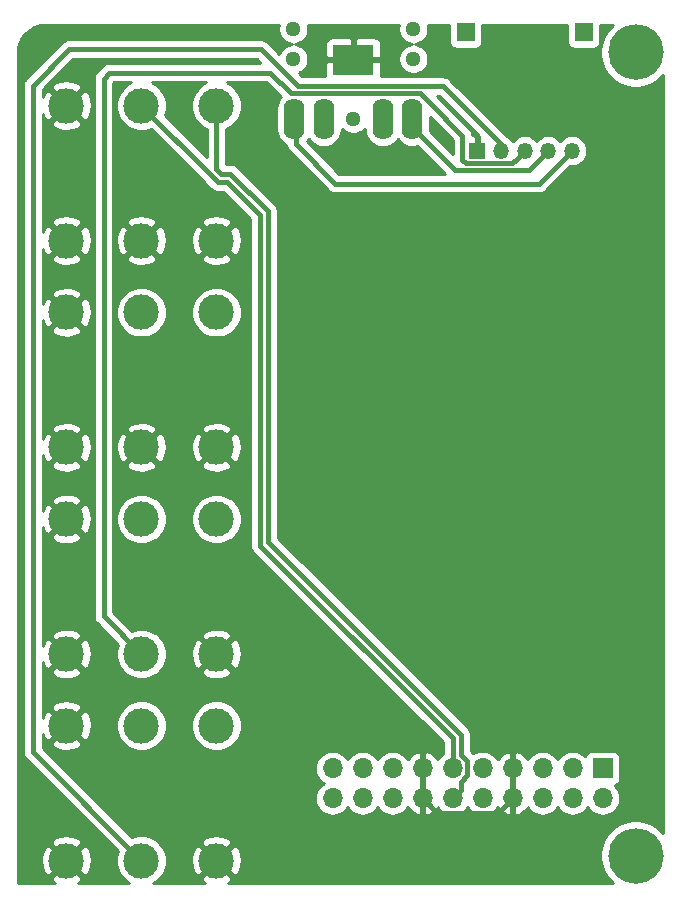
<source format=gbr>
G04 #@! TF.GenerationSoftware,KiCad,Pcbnew,5.0.2-5.fc29*
G04 #@! TF.CreationDate,2021-07-15T17:32:54+02:00*
G04 #@! TF.ProjectId,ZynAudioCon,5a796e41-7564-4696-9f43-6f6e2e6b6963,rev?*
G04 #@! TF.SameCoordinates,Original*
G04 #@! TF.FileFunction,Copper,L2,Bot*
G04 #@! TF.FilePolarity,Positive*
%FSLAX46Y46*%
G04 Gerber Fmt 4.6, Leading zero omitted, Abs format (unit mm)*
G04 Created by KiCad (PCBNEW 5.0.2-5.fc29) date jue 15 jul 2021 17:32:54 CEST*
%MOMM*%
%LPD*%
G01*
G04 APERTURE LIST*
G04 #@! TA.AperFunction,ComponentPad*
%ADD10O,1.750000X3.500000*%
G04 #@! TD*
G04 #@! TA.AperFunction,ComponentPad*
%ADD11R,3.500000X2.500000*%
G04 #@! TD*
G04 #@! TA.AperFunction,ComponentPad*
%ADD12C,1.280000*%
G04 #@! TD*
G04 #@! TA.AperFunction,ComponentPad*
%ADD13R,1.524000X1.524000*%
G04 #@! TD*
G04 #@! TA.AperFunction,ComponentPad*
%ADD14R,1.350000X1.350000*%
G04 #@! TD*
G04 #@! TA.AperFunction,ComponentPad*
%ADD15O,1.350000X1.350000*%
G04 #@! TD*
G04 #@! TA.AperFunction,ComponentPad*
%ADD16C,4.700000*%
G04 #@! TD*
G04 #@! TA.AperFunction,ComponentPad*
%ADD17O,1.700000X1.700000*%
G04 #@! TD*
G04 #@! TA.AperFunction,ComponentPad*
%ADD18R,1.700000X1.700000*%
G04 #@! TD*
G04 #@! TA.AperFunction,ComponentPad*
%ADD19C,3.000000*%
G04 #@! TD*
G04 #@! TA.AperFunction,ViaPad*
%ADD20C,0.800000*%
G04 #@! TD*
G04 #@! TA.AperFunction,Conductor*
%ADD21C,0.400000*%
G04 #@! TD*
G04 #@! TA.AperFunction,Conductor*
%ADD22C,0.254000*%
G04 #@! TD*
G04 APERTURE END LIST*
D10*
G04 #@! TO.P,PHONE1,RN*
G04 #@! TO.N,Net-(PHONE1-PadRN)*
X87750000Y-57508000D03*
G04 #@! TO.P,PHONE1,TN*
G04 #@! TO.N,Net-(PHONE1-PadTN)*
X82750000Y-57508000D03*
G04 #@! TO.P,PHONE1,T*
G04 #@! TO.N,PHONE-R*
X80250000Y-57508000D03*
D11*
G04 #@! TO.P,PHONE1,S*
G04 #@! TO.N,GND*
X85250000Y-52502000D03*
D10*
G04 #@! TO.P,PHONE1,R*
G04 #@! TO.N,PHONE-L*
X90250000Y-57508000D03*
D12*
G04 #@! TO.P,PHONE1,*
G04 #@! TO.N,*
X90330000Y-49907000D03*
X90330000Y-52447000D03*
X80170000Y-49907000D03*
X80170000Y-52447000D03*
X85250000Y-57527000D03*
G04 #@! TD*
D13*
G04 #@! TO.P,RV1,M2*
G04 #@! TO.N,N/C*
X104758000Y-50198000D03*
G04 #@! TO.P,RV1,M1*
X94758000Y-50198000D03*
D14*
G04 #@! TO.P,RV1,3*
G04 #@! TO.N,GND*
X95758000Y-60198000D03*
D15*
G04 #@! TO.P,RV1,1*
G04 #@! TO.N,NOUTR+*
X97758000Y-60198000D03*
G04 #@! TO.P,RV1,4*
G04 #@! TO.N,NOUTL+*
X99758000Y-60198000D03*
G04 #@! TO.P,RV1,5*
G04 #@! TO.N,PHONE-L*
X101758000Y-60198000D03*
G04 #@! TO.P,RV1,2*
G04 #@! TO.N,PHONE-R*
X103758000Y-60198000D03*
G04 #@! TD*
D16*
G04 #@! TO.P,REF\002A\002A,1*
G04 #@! TO.N,N/C*
X109160000Y-51890000D03*
G04 #@! TD*
G04 #@! TO.P,REF\002A\002A,1*
G04 #@! TO.N,N/C*
X109160000Y-119890000D03*
G04 #@! TD*
D17*
G04 #@! TO.P,J1,20*
G04 #@! TO.N,OUTL-*
X83500000Y-115030000D03*
G04 #@! TO.P,J1,19*
G04 #@! TO.N,OUTL+*
X83500000Y-112490000D03*
G04 #@! TO.P,J1,18*
G04 #@! TO.N,OUTR-*
X86040000Y-115030000D03*
G04 #@! TO.P,J1,17*
G04 #@! TO.N,OUTR+*
X86040000Y-112490000D03*
G04 #@! TO.P,J1,16*
G04 #@! TO.N,Net-(J1-Pad16)*
X88580000Y-115030000D03*
G04 #@! TO.P,J1,15*
G04 #@! TO.N,Net-(J1-Pad15)*
X88580000Y-112490000D03*
G04 #@! TO.P,J1,14*
G04 #@! TO.N,GND*
X91120000Y-115030000D03*
G04 #@! TO.P,J1,13*
X91120000Y-112490000D03*
G04 #@! TO.P,J1,12*
G04 #@! TO.N,INL-*
X93660000Y-115030000D03*
G04 #@! TO.P,J1,11*
G04 #@! TO.N,INL+*
X93660000Y-112490000D03*
G04 #@! TO.P,J1,10*
G04 #@! TO.N,INR-*
X96200000Y-115030000D03*
G04 #@! TO.P,J1,9*
G04 #@! TO.N,INR+*
X96200000Y-112490000D03*
G04 #@! TO.P,J1,8*
G04 #@! TO.N,GND*
X98740000Y-115030000D03*
G04 #@! TO.P,J1,7*
X98740000Y-112490000D03*
G04 #@! TO.P,J1,6*
G04 #@! TO.N,Net-(J1-Pad6)*
X101280000Y-115030000D03*
G04 #@! TO.P,J1,5*
G04 #@! TO.N,Net-(J1-Pad5)*
X101280000Y-112490000D03*
G04 #@! TO.P,J1,4*
G04 #@! TO.N,Net-(J1-Pad4)*
X103820000Y-115030000D03*
G04 #@! TO.P,J1,3*
G04 #@! TO.N,Net-(J1-Pad3)*
X103820000Y-112490000D03*
G04 #@! TO.P,J1,2*
G04 #@! TO.N,+5V*
X106360000Y-115030000D03*
D18*
G04 #@! TO.P,J1,1*
X106360000Y-112490000D03*
G04 #@! TD*
D19*
G04 #@! TO.P,AudioIN-1,T*
G04 #@! TO.N,INR-*
X73660000Y-73890000D03*
G04 #@! TO.P,AudioIN-1,S*
G04 #@! TO.N,GND*
X60960000Y-73890000D03*
G04 #@! TO.P,AudioIN-1,SN*
X60960000Y-85320000D03*
G04 #@! TO.P,AudioIN-1,TN*
X73660000Y-85320000D03*
G04 #@! TO.P,AudioIN-1,R*
G04 #@! TO.N,INR+*
X67310000Y-73890000D03*
G04 #@! TO.P,AudioIN-1,RN*
G04 #@! TO.N,GND*
X67310000Y-85320000D03*
G04 #@! TD*
G04 #@! TO.P,AudioIN-2,RN*
G04 #@! TO.N,GND*
X67310000Y-67820000D03*
G04 #@! TO.P,AudioIN-2,R*
G04 #@! TO.N,INL+*
X67310000Y-56390000D03*
G04 #@! TO.P,AudioIN-2,TN*
G04 #@! TO.N,GND*
X73660000Y-67820000D03*
G04 #@! TO.P,AudioIN-2,SN*
X60960000Y-67820000D03*
G04 #@! TO.P,AudioIN-2,S*
X60960000Y-56390000D03*
G04 #@! TO.P,AudioIN-2,T*
G04 #@! TO.N,INL-*
X73660000Y-56390000D03*
G04 #@! TD*
G04 #@! TO.P,AudioOUT-1,RN*
G04 #@! TO.N,NOUTR+*
X67310000Y-120320000D03*
G04 #@! TO.P,AudioOUT-1,R*
G04 #@! TO.N,OUTR+*
X67310000Y-108890000D03*
G04 #@! TO.P,AudioOUT-1,TN*
G04 #@! TO.N,GND*
X73660000Y-120320000D03*
G04 #@! TO.P,AudioOUT-1,SN*
X60960000Y-120320000D03*
G04 #@! TO.P,AudioOUT-1,S*
X60960000Y-108890000D03*
G04 #@! TO.P,AudioOUT-1,T*
G04 #@! TO.N,OUTR-*
X73660000Y-108890000D03*
G04 #@! TD*
G04 #@! TO.P,AudioOUT-2,RN*
G04 #@! TO.N,NOUTL+*
X67310000Y-102820000D03*
G04 #@! TO.P,AudioOUT-2,R*
G04 #@! TO.N,OUTL+*
X67310000Y-91390000D03*
G04 #@! TO.P,AudioOUT-2,TN*
G04 #@! TO.N,GND*
X73660000Y-102820000D03*
G04 #@! TO.P,AudioOUT-2,SN*
X60960000Y-102820000D03*
G04 #@! TO.P,AudioOUT-2,S*
X60960000Y-91390000D03*
G04 #@! TO.P,AudioOUT-2,T*
G04 #@! TO.N,OUTL-*
X73660000Y-91390000D03*
G04 #@! TD*
D20*
G04 #@! TO.N,GND*
X85090000Y-60960000D03*
X88646000Y-60960000D03*
X70612000Y-56642000D03*
X92964000Y-59182000D03*
G04 #@! TD*
D21*
G04 #@! TO.N,GND*
X97489999Y-116280001D02*
X98740000Y-115030000D01*
X92370001Y-116280001D02*
X97489999Y-116280001D01*
X91120000Y-115030000D02*
X92370001Y-116280001D01*
G04 #@! TO.N,INL-*
X94360000Y-111339998D02*
X94360000Y-109665024D01*
X93660000Y-115030000D02*
X94360000Y-114330000D01*
X94360000Y-114330000D02*
X94360000Y-113640002D01*
X94360000Y-113640002D02*
X94910001Y-113090001D01*
X94910001Y-113090001D02*
X94910001Y-111889999D01*
X94910001Y-111889999D02*
X94360000Y-111339998D01*
X94360000Y-109665024D02*
X78050000Y-93355024D01*
X78050000Y-93355024D02*
X78050000Y-65355024D01*
X78050000Y-65355024D02*
X74844976Y-62150000D01*
X73660000Y-61750050D02*
X73660000Y-56390000D01*
X74059950Y-62150000D02*
X73660000Y-61750050D01*
X74844976Y-62150000D02*
X74059950Y-62150000D01*
G04 #@! TO.N,INL+*
X93660000Y-112490000D02*
X93660000Y-109954976D01*
X93660000Y-109954976D02*
X77350000Y-93644976D01*
X77350000Y-93644976D02*
X77350000Y-65644976D01*
X77350000Y-65644976D02*
X74555024Y-62850000D01*
X73165026Y-62245026D02*
X67310000Y-56390000D01*
X74555024Y-62850000D02*
X73770000Y-62850000D01*
X73770000Y-62850000D02*
X73165026Y-62245026D01*
G04 #@! TO.N,NOUTR+*
X92857980Y-54757980D02*
X97800000Y-59700000D01*
X67310000Y-120320000D02*
X58100000Y-111110000D01*
X61200000Y-51600000D02*
X77400998Y-51600000D01*
X58100000Y-111110000D02*
X58100000Y-54700000D01*
X77400998Y-51600000D02*
X80558978Y-54757980D01*
X58100000Y-54700000D02*
X61200000Y-51600000D01*
X80558978Y-54757980D02*
X92857980Y-54757980D01*
G04 #@! TO.N,NOUTL+*
X99083001Y-60872999D02*
X99758000Y-60198000D01*
X94488000Y-60998002D02*
X94762999Y-61273001D01*
X94488000Y-58928000D02*
X94488000Y-60998002D01*
X91675010Y-56115010D02*
X94488000Y-58928000D01*
X90928126Y-55357990D02*
X91675010Y-56104874D01*
X91675010Y-56104874D02*
X91675010Y-56115010D01*
X67310000Y-102820000D02*
X64100000Y-99610000D01*
X64100000Y-99610000D02*
X64100000Y-54100000D01*
X64100000Y-54100000D02*
X64600000Y-53600000D01*
X94762999Y-61273001D02*
X98682999Y-61273001D01*
X64600000Y-53600000D02*
X78200000Y-53600000D01*
X78200000Y-53600000D02*
X79957990Y-55357990D01*
X98682999Y-61273001D02*
X99083001Y-60872999D01*
X79957990Y-55357990D02*
X90928126Y-55357990D01*
G04 #@! TO.N,PHONE-L*
X101083001Y-60872999D02*
X101758000Y-60198000D01*
X100082989Y-61873011D02*
X101083001Y-60872999D01*
X90400000Y-58383000D02*
X93890011Y-61873011D01*
X93890011Y-61873011D02*
X100082989Y-61873011D01*
X90400000Y-57508000D02*
X90400000Y-58383000D01*
G04 #@! TO.N,PHONE-R*
X103083001Y-60872999D02*
X103758000Y-60198000D01*
X100964000Y-62992000D02*
X103083001Y-60872999D01*
X83734000Y-62992000D02*
X100964000Y-62992000D01*
X80400000Y-59658000D02*
X83734000Y-62992000D01*
X80400000Y-57508000D02*
X80400000Y-59658000D01*
G04 #@! TD*
D22*
G04 #@! TO.N,GND*
G36*
X59126353Y-49575000D02*
X78936061Y-49575000D01*
X78895000Y-49781423D01*
X78895000Y-50032577D01*
X78943998Y-50278904D01*
X79040110Y-50510939D01*
X79179643Y-50719765D01*
X79357235Y-50897357D01*
X79566061Y-51036890D01*
X79798096Y-51133002D01*
X80019287Y-51177000D01*
X79798096Y-51220998D01*
X79566061Y-51317110D01*
X79357235Y-51456643D01*
X79179643Y-51634235D01*
X79040110Y-51843061D01*
X78977084Y-51995219D01*
X78020444Y-51038579D01*
X77994289Y-51006709D01*
X77867144Y-50902364D01*
X77722085Y-50824828D01*
X77564687Y-50777082D01*
X77442017Y-50765000D01*
X77442016Y-50765000D01*
X77400998Y-50760960D01*
X77359980Y-50765000D01*
X61241018Y-50765000D01*
X61199999Y-50760960D01*
X61054373Y-50775303D01*
X61036311Y-50777082D01*
X60878913Y-50824828D01*
X60733854Y-50902364D01*
X60606709Y-51006709D01*
X60580559Y-51038573D01*
X57538574Y-54080559D01*
X57506710Y-54106709D01*
X57435654Y-54193291D01*
X57402364Y-54233855D01*
X57324828Y-54378914D01*
X57277082Y-54536312D01*
X57260960Y-54700000D01*
X57265001Y-54741029D01*
X57265000Y-111068982D01*
X57260960Y-111110000D01*
X57265000Y-111151018D01*
X57277082Y-111273688D01*
X57324828Y-111431086D01*
X57402364Y-111576145D01*
X57506709Y-111703291D01*
X57538579Y-111729446D01*
X65330074Y-119520942D01*
X65257047Y-119697244D01*
X65175000Y-120109721D01*
X65175000Y-120530279D01*
X65257047Y-120942756D01*
X65417988Y-121331302D01*
X65651637Y-121680983D01*
X65949017Y-121978363D01*
X66288204Y-122205000D01*
X61970509Y-122205000D01*
X62116038Y-122127214D01*
X62272048Y-121811653D01*
X60960000Y-120499605D01*
X59647952Y-121811653D01*
X59803962Y-122127214D01*
X59956750Y-122205000D01*
X56845000Y-122205000D01*
X56845000Y-120362824D01*
X58815098Y-120362824D01*
X58864666Y-120780451D01*
X58994757Y-121180383D01*
X59152786Y-121476038D01*
X59468347Y-121632048D01*
X60780395Y-120320000D01*
X61139605Y-120320000D01*
X62451653Y-121632048D01*
X62767214Y-121476038D01*
X62958020Y-121101255D01*
X63072044Y-120696449D01*
X63104902Y-120277176D01*
X63055334Y-119859549D01*
X62925243Y-119459617D01*
X62767214Y-119163962D01*
X62451653Y-119007952D01*
X61139605Y-120320000D01*
X60780395Y-120320000D01*
X59468347Y-119007952D01*
X59152786Y-119163962D01*
X58961980Y-119538745D01*
X58847956Y-119943551D01*
X58815098Y-120362824D01*
X56845000Y-120362824D01*
X56845000Y-118828347D01*
X59647952Y-118828347D01*
X60960000Y-120140395D01*
X62272048Y-118828347D01*
X62116038Y-118512786D01*
X61741255Y-118321980D01*
X61336449Y-118207956D01*
X60917176Y-118175098D01*
X60499549Y-118224666D01*
X60099617Y-118354757D01*
X59803962Y-118512786D01*
X59647952Y-118828347D01*
X56845000Y-118828347D01*
X56845000Y-51856353D01*
X56835711Y-51762045D01*
X56867670Y-51436107D01*
X56999489Y-50999502D01*
X57213600Y-50596815D01*
X57501848Y-50243388D01*
X57853261Y-49952673D01*
X58254439Y-49735758D01*
X58690113Y-49600894D01*
X59028335Y-49565346D01*
X59126353Y-49575000D01*
X59126353Y-49575000D01*
G37*
X59126353Y-49575000D02*
X78936061Y-49575000D01*
X78895000Y-49781423D01*
X78895000Y-50032577D01*
X78943998Y-50278904D01*
X79040110Y-50510939D01*
X79179643Y-50719765D01*
X79357235Y-50897357D01*
X79566061Y-51036890D01*
X79798096Y-51133002D01*
X80019287Y-51177000D01*
X79798096Y-51220998D01*
X79566061Y-51317110D01*
X79357235Y-51456643D01*
X79179643Y-51634235D01*
X79040110Y-51843061D01*
X78977084Y-51995219D01*
X78020444Y-51038579D01*
X77994289Y-51006709D01*
X77867144Y-50902364D01*
X77722085Y-50824828D01*
X77564687Y-50777082D01*
X77442017Y-50765000D01*
X77442016Y-50765000D01*
X77400998Y-50760960D01*
X77359980Y-50765000D01*
X61241018Y-50765000D01*
X61199999Y-50760960D01*
X61054373Y-50775303D01*
X61036311Y-50777082D01*
X60878913Y-50824828D01*
X60733854Y-50902364D01*
X60606709Y-51006709D01*
X60580559Y-51038573D01*
X57538574Y-54080559D01*
X57506710Y-54106709D01*
X57435654Y-54193291D01*
X57402364Y-54233855D01*
X57324828Y-54378914D01*
X57277082Y-54536312D01*
X57260960Y-54700000D01*
X57265001Y-54741029D01*
X57265000Y-111068982D01*
X57260960Y-111110000D01*
X57265000Y-111151018D01*
X57277082Y-111273688D01*
X57324828Y-111431086D01*
X57402364Y-111576145D01*
X57506709Y-111703291D01*
X57538579Y-111729446D01*
X65330074Y-119520942D01*
X65257047Y-119697244D01*
X65175000Y-120109721D01*
X65175000Y-120530279D01*
X65257047Y-120942756D01*
X65417988Y-121331302D01*
X65651637Y-121680983D01*
X65949017Y-121978363D01*
X66288204Y-122205000D01*
X61970509Y-122205000D01*
X62116038Y-122127214D01*
X62272048Y-121811653D01*
X60960000Y-120499605D01*
X59647952Y-121811653D01*
X59803962Y-122127214D01*
X59956750Y-122205000D01*
X56845000Y-122205000D01*
X56845000Y-120362824D01*
X58815098Y-120362824D01*
X58864666Y-120780451D01*
X58994757Y-121180383D01*
X59152786Y-121476038D01*
X59468347Y-121632048D01*
X60780395Y-120320000D01*
X61139605Y-120320000D01*
X62451653Y-121632048D01*
X62767214Y-121476038D01*
X62958020Y-121101255D01*
X63072044Y-120696449D01*
X63104902Y-120277176D01*
X63055334Y-119859549D01*
X62925243Y-119459617D01*
X62767214Y-119163962D01*
X62451653Y-119007952D01*
X61139605Y-120320000D01*
X60780395Y-120320000D01*
X59468347Y-119007952D01*
X59152786Y-119163962D01*
X58961980Y-119538745D01*
X58847956Y-119943551D01*
X58815098Y-120362824D01*
X56845000Y-120362824D01*
X56845000Y-118828347D01*
X59647952Y-118828347D01*
X60960000Y-120140395D01*
X62272048Y-118828347D01*
X62116038Y-118512786D01*
X61741255Y-118321980D01*
X61336449Y-118207956D01*
X60917176Y-118175098D01*
X60499549Y-118224666D01*
X60099617Y-118354757D01*
X59803962Y-118512786D01*
X59647952Y-118828347D01*
X56845000Y-118828347D01*
X56845000Y-51856353D01*
X56835711Y-51762045D01*
X56867670Y-51436107D01*
X56999489Y-50999502D01*
X57213600Y-50596815D01*
X57501848Y-50243388D01*
X57853261Y-49952673D01*
X58254439Y-49735758D01*
X58690113Y-49600894D01*
X59028335Y-49565346D01*
X59126353Y-49575000D01*
G36*
X89055000Y-49781423D02*
X89055000Y-50032577D01*
X89103998Y-50278904D01*
X89200110Y-50510939D01*
X89339643Y-50719765D01*
X89517235Y-50897357D01*
X89726061Y-51036890D01*
X89958096Y-51133002D01*
X90179287Y-51177000D01*
X89958096Y-51220998D01*
X89726061Y-51317110D01*
X89517235Y-51456643D01*
X89339643Y-51634235D01*
X89200110Y-51843061D01*
X89103998Y-52075096D01*
X89055000Y-52321423D01*
X89055000Y-52572577D01*
X89103998Y-52818904D01*
X89200110Y-53050939D01*
X89339643Y-53259765D01*
X89517235Y-53437357D01*
X89726061Y-53576890D01*
X89958096Y-53673002D01*
X90204423Y-53722000D01*
X90455577Y-53722000D01*
X90701904Y-53673002D01*
X90933939Y-53576890D01*
X91142765Y-53437357D01*
X91320357Y-53259765D01*
X91459890Y-53050939D01*
X91556002Y-52818904D01*
X91605000Y-52572577D01*
X91605000Y-52321423D01*
X91556002Y-52075096D01*
X91459890Y-51843061D01*
X91320357Y-51634235D01*
X91142765Y-51456643D01*
X90933939Y-51317110D01*
X90701904Y-51220998D01*
X90480713Y-51177000D01*
X90701904Y-51133002D01*
X90933939Y-51036890D01*
X91142765Y-50897357D01*
X91320357Y-50719765D01*
X91459890Y-50510939D01*
X91556002Y-50278904D01*
X91605000Y-50032577D01*
X91605000Y-49781423D01*
X91563939Y-49575000D01*
X93357928Y-49575000D01*
X93357928Y-50960000D01*
X93370188Y-51084482D01*
X93406498Y-51204180D01*
X93465463Y-51314494D01*
X93544815Y-51411185D01*
X93641506Y-51490537D01*
X93751820Y-51549502D01*
X93871518Y-51585812D01*
X93996000Y-51598072D01*
X95520000Y-51598072D01*
X95644482Y-51585812D01*
X95764180Y-51549502D01*
X95874494Y-51490537D01*
X95971185Y-51411185D01*
X96050537Y-51314494D01*
X96109502Y-51204180D01*
X96145812Y-51084482D01*
X96158072Y-50960000D01*
X96158072Y-49575000D01*
X103357928Y-49575000D01*
X103357928Y-50960000D01*
X103370188Y-51084482D01*
X103406498Y-51204180D01*
X103465463Y-51314494D01*
X103544815Y-51411185D01*
X103641506Y-51490537D01*
X103751820Y-51549502D01*
X103871518Y-51585812D01*
X103996000Y-51598072D01*
X105520000Y-51598072D01*
X105644482Y-51585812D01*
X105764180Y-51549502D01*
X105874494Y-51490537D01*
X105971185Y-51411185D01*
X106050537Y-51314494D01*
X106109502Y-51204180D01*
X106145812Y-51084482D01*
X106158072Y-50960000D01*
X106158072Y-49575000D01*
X107253573Y-49575000D01*
X106841399Y-49987174D01*
X106514727Y-50476072D01*
X106289712Y-51019308D01*
X106175000Y-51596003D01*
X106175000Y-52183997D01*
X106289712Y-52760692D01*
X106514727Y-53303928D01*
X106841399Y-53792826D01*
X107257174Y-54208601D01*
X107746072Y-54535273D01*
X108289308Y-54760288D01*
X108866003Y-54875000D01*
X109453997Y-54875000D01*
X110030692Y-54760288D01*
X110573928Y-54535273D01*
X111062826Y-54208601D01*
X111475000Y-53796427D01*
X111475001Y-117983574D01*
X111062826Y-117571399D01*
X110573928Y-117244727D01*
X110030692Y-117019712D01*
X109453997Y-116905000D01*
X108866003Y-116905000D01*
X108289308Y-117019712D01*
X107746072Y-117244727D01*
X107257174Y-117571399D01*
X106841399Y-117987174D01*
X106514727Y-118476072D01*
X106289712Y-119019308D01*
X106175000Y-119596003D01*
X106175000Y-120183997D01*
X106289712Y-120760692D01*
X106514727Y-121303928D01*
X106841399Y-121792826D01*
X107253573Y-122205000D01*
X74670509Y-122205000D01*
X74816038Y-122127214D01*
X74972048Y-121811653D01*
X73660000Y-120499605D01*
X72347952Y-121811653D01*
X72503962Y-122127214D01*
X72656750Y-122205000D01*
X68331796Y-122205000D01*
X68670983Y-121978363D01*
X68968363Y-121680983D01*
X69202012Y-121331302D01*
X69362953Y-120942756D01*
X69445000Y-120530279D01*
X69445000Y-120362824D01*
X71515098Y-120362824D01*
X71564666Y-120780451D01*
X71694757Y-121180383D01*
X71852786Y-121476038D01*
X72168347Y-121632048D01*
X73480395Y-120320000D01*
X73839605Y-120320000D01*
X75151653Y-121632048D01*
X75467214Y-121476038D01*
X75658020Y-121101255D01*
X75772044Y-120696449D01*
X75804902Y-120277176D01*
X75755334Y-119859549D01*
X75625243Y-119459617D01*
X75467214Y-119163962D01*
X75151653Y-119007952D01*
X73839605Y-120320000D01*
X73480395Y-120320000D01*
X72168347Y-119007952D01*
X71852786Y-119163962D01*
X71661980Y-119538745D01*
X71547956Y-119943551D01*
X71515098Y-120362824D01*
X69445000Y-120362824D01*
X69445000Y-120109721D01*
X69362953Y-119697244D01*
X69202012Y-119308698D01*
X68968363Y-118959017D01*
X68837693Y-118828347D01*
X72347952Y-118828347D01*
X73660000Y-120140395D01*
X74972048Y-118828347D01*
X74816038Y-118512786D01*
X74441255Y-118321980D01*
X74036449Y-118207956D01*
X73617176Y-118175098D01*
X73199549Y-118224666D01*
X72799617Y-118354757D01*
X72503962Y-118512786D01*
X72347952Y-118828347D01*
X68837693Y-118828347D01*
X68670983Y-118661637D01*
X68321302Y-118427988D01*
X67932756Y-118267047D01*
X67520279Y-118185000D01*
X67099721Y-118185000D01*
X66687244Y-118267047D01*
X66510942Y-118340074D01*
X60660868Y-112490000D01*
X82007815Y-112490000D01*
X82036487Y-112781111D01*
X82121401Y-113061034D01*
X82259294Y-113319014D01*
X82444866Y-113545134D01*
X82670986Y-113730706D01*
X82725791Y-113760000D01*
X82670986Y-113789294D01*
X82444866Y-113974866D01*
X82259294Y-114200986D01*
X82121401Y-114458966D01*
X82036487Y-114738889D01*
X82007815Y-115030000D01*
X82036487Y-115321111D01*
X82121401Y-115601034D01*
X82259294Y-115859014D01*
X82444866Y-116085134D01*
X82670986Y-116270706D01*
X82928966Y-116408599D01*
X83208889Y-116493513D01*
X83427050Y-116515000D01*
X83572950Y-116515000D01*
X83791111Y-116493513D01*
X84071034Y-116408599D01*
X84329014Y-116270706D01*
X84555134Y-116085134D01*
X84740706Y-115859014D01*
X84770000Y-115804209D01*
X84799294Y-115859014D01*
X84984866Y-116085134D01*
X85210986Y-116270706D01*
X85468966Y-116408599D01*
X85748889Y-116493513D01*
X85967050Y-116515000D01*
X86112950Y-116515000D01*
X86331111Y-116493513D01*
X86611034Y-116408599D01*
X86869014Y-116270706D01*
X87095134Y-116085134D01*
X87280706Y-115859014D01*
X87310000Y-115804209D01*
X87339294Y-115859014D01*
X87524866Y-116085134D01*
X87750986Y-116270706D01*
X88008966Y-116408599D01*
X88288889Y-116493513D01*
X88507050Y-116515000D01*
X88652950Y-116515000D01*
X88871111Y-116493513D01*
X89151034Y-116408599D01*
X89409014Y-116270706D01*
X89635134Y-116085134D01*
X89820706Y-115859014D01*
X89855201Y-115794477D01*
X89924822Y-115911355D01*
X90119731Y-116127588D01*
X90353080Y-116301641D01*
X90615901Y-116426825D01*
X90763110Y-116471476D01*
X90993000Y-116350155D01*
X90993000Y-115157000D01*
X90973000Y-115157000D01*
X90973000Y-114903000D01*
X90993000Y-114903000D01*
X90993000Y-112617000D01*
X90973000Y-112617000D01*
X90973000Y-112363000D01*
X90993000Y-112363000D01*
X90993000Y-111169845D01*
X90763110Y-111048524D01*
X90615901Y-111093175D01*
X90353080Y-111218359D01*
X90119731Y-111392412D01*
X89924822Y-111608645D01*
X89855201Y-111725523D01*
X89820706Y-111660986D01*
X89635134Y-111434866D01*
X89409014Y-111249294D01*
X89151034Y-111111401D01*
X88871111Y-111026487D01*
X88652950Y-111005000D01*
X88507050Y-111005000D01*
X88288889Y-111026487D01*
X88008966Y-111111401D01*
X87750986Y-111249294D01*
X87524866Y-111434866D01*
X87339294Y-111660986D01*
X87310000Y-111715791D01*
X87280706Y-111660986D01*
X87095134Y-111434866D01*
X86869014Y-111249294D01*
X86611034Y-111111401D01*
X86331111Y-111026487D01*
X86112950Y-111005000D01*
X85967050Y-111005000D01*
X85748889Y-111026487D01*
X85468966Y-111111401D01*
X85210986Y-111249294D01*
X84984866Y-111434866D01*
X84799294Y-111660986D01*
X84770000Y-111715791D01*
X84740706Y-111660986D01*
X84555134Y-111434866D01*
X84329014Y-111249294D01*
X84071034Y-111111401D01*
X83791111Y-111026487D01*
X83572950Y-111005000D01*
X83427050Y-111005000D01*
X83208889Y-111026487D01*
X82928966Y-111111401D01*
X82670986Y-111249294D01*
X82444866Y-111434866D01*
X82259294Y-111660986D01*
X82121401Y-111918966D01*
X82036487Y-112198889D01*
X82007815Y-112490000D01*
X60660868Y-112490000D01*
X58935000Y-110764133D01*
X58935000Y-110381653D01*
X59647952Y-110381653D01*
X59803962Y-110697214D01*
X60178745Y-110888020D01*
X60583551Y-111002044D01*
X61002824Y-111034902D01*
X61420451Y-110985334D01*
X61820383Y-110855243D01*
X62116038Y-110697214D01*
X62272048Y-110381653D01*
X60960000Y-109069605D01*
X59647952Y-110381653D01*
X58935000Y-110381653D01*
X58935000Y-109566675D01*
X58994757Y-109750383D01*
X59152786Y-110046038D01*
X59468347Y-110202048D01*
X60780395Y-108890000D01*
X61139605Y-108890000D01*
X62451653Y-110202048D01*
X62767214Y-110046038D01*
X62958020Y-109671255D01*
X63072044Y-109266449D01*
X63104902Y-108847176D01*
X63085027Y-108679721D01*
X65175000Y-108679721D01*
X65175000Y-109100279D01*
X65257047Y-109512756D01*
X65417988Y-109901302D01*
X65651637Y-110250983D01*
X65949017Y-110548363D01*
X66298698Y-110782012D01*
X66687244Y-110942953D01*
X67099721Y-111025000D01*
X67520279Y-111025000D01*
X67932756Y-110942953D01*
X68321302Y-110782012D01*
X68670983Y-110548363D01*
X68968363Y-110250983D01*
X69202012Y-109901302D01*
X69362953Y-109512756D01*
X69445000Y-109100279D01*
X69445000Y-108679721D01*
X71525000Y-108679721D01*
X71525000Y-109100279D01*
X71607047Y-109512756D01*
X71767988Y-109901302D01*
X72001637Y-110250983D01*
X72299017Y-110548363D01*
X72648698Y-110782012D01*
X73037244Y-110942953D01*
X73449721Y-111025000D01*
X73870279Y-111025000D01*
X74282756Y-110942953D01*
X74671302Y-110782012D01*
X75020983Y-110548363D01*
X75318363Y-110250983D01*
X75552012Y-109901302D01*
X75712953Y-109512756D01*
X75795000Y-109100279D01*
X75795000Y-108679721D01*
X75712953Y-108267244D01*
X75552012Y-107878698D01*
X75318363Y-107529017D01*
X75020983Y-107231637D01*
X74671302Y-106997988D01*
X74282756Y-106837047D01*
X73870279Y-106755000D01*
X73449721Y-106755000D01*
X73037244Y-106837047D01*
X72648698Y-106997988D01*
X72299017Y-107231637D01*
X72001637Y-107529017D01*
X71767988Y-107878698D01*
X71607047Y-108267244D01*
X71525000Y-108679721D01*
X69445000Y-108679721D01*
X69362953Y-108267244D01*
X69202012Y-107878698D01*
X68968363Y-107529017D01*
X68670983Y-107231637D01*
X68321302Y-106997988D01*
X67932756Y-106837047D01*
X67520279Y-106755000D01*
X67099721Y-106755000D01*
X66687244Y-106837047D01*
X66298698Y-106997988D01*
X65949017Y-107231637D01*
X65651637Y-107529017D01*
X65417988Y-107878698D01*
X65257047Y-108267244D01*
X65175000Y-108679721D01*
X63085027Y-108679721D01*
X63055334Y-108429549D01*
X62925243Y-108029617D01*
X62767214Y-107733962D01*
X62451653Y-107577952D01*
X61139605Y-108890000D01*
X60780395Y-108890000D01*
X59468347Y-107577952D01*
X59152786Y-107733962D01*
X58961980Y-108108745D01*
X58935000Y-108204529D01*
X58935000Y-107398347D01*
X59647952Y-107398347D01*
X60960000Y-108710395D01*
X62272048Y-107398347D01*
X62116038Y-107082786D01*
X61741255Y-106891980D01*
X61336449Y-106777956D01*
X60917176Y-106745098D01*
X60499549Y-106794666D01*
X60099617Y-106924757D01*
X59803962Y-107082786D01*
X59647952Y-107398347D01*
X58935000Y-107398347D01*
X58935000Y-104311653D01*
X59647952Y-104311653D01*
X59803962Y-104627214D01*
X60178745Y-104818020D01*
X60583551Y-104932044D01*
X61002824Y-104964902D01*
X61420451Y-104915334D01*
X61820383Y-104785243D01*
X62116038Y-104627214D01*
X62272048Y-104311653D01*
X60960000Y-102999605D01*
X59647952Y-104311653D01*
X58935000Y-104311653D01*
X58935000Y-103496675D01*
X58994757Y-103680383D01*
X59152786Y-103976038D01*
X59468347Y-104132048D01*
X60780395Y-102820000D01*
X61139605Y-102820000D01*
X62451653Y-104132048D01*
X62767214Y-103976038D01*
X62958020Y-103601255D01*
X63072044Y-103196449D01*
X63104902Y-102777176D01*
X63055334Y-102359549D01*
X62925243Y-101959617D01*
X62767214Y-101663962D01*
X62451653Y-101507952D01*
X61139605Y-102820000D01*
X60780395Y-102820000D01*
X59468347Y-101507952D01*
X59152786Y-101663962D01*
X58961980Y-102038745D01*
X58935000Y-102134529D01*
X58935000Y-101328347D01*
X59647952Y-101328347D01*
X60960000Y-102640395D01*
X62272048Y-101328347D01*
X62116038Y-101012786D01*
X61741255Y-100821980D01*
X61336449Y-100707956D01*
X60917176Y-100675098D01*
X60499549Y-100724666D01*
X60099617Y-100854757D01*
X59803962Y-101012786D01*
X59647952Y-101328347D01*
X58935000Y-101328347D01*
X58935000Y-92881653D01*
X59647952Y-92881653D01*
X59803962Y-93197214D01*
X60178745Y-93388020D01*
X60583551Y-93502044D01*
X61002824Y-93534902D01*
X61420451Y-93485334D01*
X61820383Y-93355243D01*
X62116038Y-93197214D01*
X62272048Y-92881653D01*
X60960000Y-91569605D01*
X59647952Y-92881653D01*
X58935000Y-92881653D01*
X58935000Y-92066675D01*
X58994757Y-92250383D01*
X59152786Y-92546038D01*
X59468347Y-92702048D01*
X60780395Y-91390000D01*
X61139605Y-91390000D01*
X62451653Y-92702048D01*
X62767214Y-92546038D01*
X62958020Y-92171255D01*
X63072044Y-91766449D01*
X63104902Y-91347176D01*
X63055334Y-90929549D01*
X62925243Y-90529617D01*
X62767214Y-90233962D01*
X62451653Y-90077952D01*
X61139605Y-91390000D01*
X60780395Y-91390000D01*
X59468347Y-90077952D01*
X59152786Y-90233962D01*
X58961980Y-90608745D01*
X58935000Y-90704529D01*
X58935000Y-89898347D01*
X59647952Y-89898347D01*
X60960000Y-91210395D01*
X62272048Y-89898347D01*
X62116038Y-89582786D01*
X61741255Y-89391980D01*
X61336449Y-89277956D01*
X60917176Y-89245098D01*
X60499549Y-89294666D01*
X60099617Y-89424757D01*
X59803962Y-89582786D01*
X59647952Y-89898347D01*
X58935000Y-89898347D01*
X58935000Y-86811653D01*
X59647952Y-86811653D01*
X59803962Y-87127214D01*
X60178745Y-87318020D01*
X60583551Y-87432044D01*
X61002824Y-87464902D01*
X61420451Y-87415334D01*
X61820383Y-87285243D01*
X62116038Y-87127214D01*
X62272048Y-86811653D01*
X60960000Y-85499605D01*
X59647952Y-86811653D01*
X58935000Y-86811653D01*
X58935000Y-85996675D01*
X58994757Y-86180383D01*
X59152786Y-86476038D01*
X59468347Y-86632048D01*
X60780395Y-85320000D01*
X61139605Y-85320000D01*
X62451653Y-86632048D01*
X62767214Y-86476038D01*
X62958020Y-86101255D01*
X63072044Y-85696449D01*
X63104902Y-85277176D01*
X63055334Y-84859549D01*
X62925243Y-84459617D01*
X62767214Y-84163962D01*
X62451653Y-84007952D01*
X61139605Y-85320000D01*
X60780395Y-85320000D01*
X59468347Y-84007952D01*
X59152786Y-84163962D01*
X58961980Y-84538745D01*
X58935000Y-84634529D01*
X58935000Y-83828347D01*
X59647952Y-83828347D01*
X60960000Y-85140395D01*
X62272048Y-83828347D01*
X62116038Y-83512786D01*
X61741255Y-83321980D01*
X61336449Y-83207956D01*
X60917176Y-83175098D01*
X60499549Y-83224666D01*
X60099617Y-83354757D01*
X59803962Y-83512786D01*
X59647952Y-83828347D01*
X58935000Y-83828347D01*
X58935000Y-75381653D01*
X59647952Y-75381653D01*
X59803962Y-75697214D01*
X60178745Y-75888020D01*
X60583551Y-76002044D01*
X61002824Y-76034902D01*
X61420451Y-75985334D01*
X61820383Y-75855243D01*
X62116038Y-75697214D01*
X62272048Y-75381653D01*
X60960000Y-74069605D01*
X59647952Y-75381653D01*
X58935000Y-75381653D01*
X58935000Y-74566675D01*
X58994757Y-74750383D01*
X59152786Y-75046038D01*
X59468347Y-75202048D01*
X60780395Y-73890000D01*
X61139605Y-73890000D01*
X62451653Y-75202048D01*
X62767214Y-75046038D01*
X62958020Y-74671255D01*
X63072044Y-74266449D01*
X63104902Y-73847176D01*
X63055334Y-73429549D01*
X62925243Y-73029617D01*
X62767214Y-72733962D01*
X62451653Y-72577952D01*
X61139605Y-73890000D01*
X60780395Y-73890000D01*
X59468347Y-72577952D01*
X59152786Y-72733962D01*
X58961980Y-73108745D01*
X58935000Y-73204529D01*
X58935000Y-72398347D01*
X59647952Y-72398347D01*
X60960000Y-73710395D01*
X62272048Y-72398347D01*
X62116038Y-72082786D01*
X61741255Y-71891980D01*
X61336449Y-71777956D01*
X60917176Y-71745098D01*
X60499549Y-71794666D01*
X60099617Y-71924757D01*
X59803962Y-72082786D01*
X59647952Y-72398347D01*
X58935000Y-72398347D01*
X58935000Y-69311653D01*
X59647952Y-69311653D01*
X59803962Y-69627214D01*
X60178745Y-69818020D01*
X60583551Y-69932044D01*
X61002824Y-69964902D01*
X61420451Y-69915334D01*
X61820383Y-69785243D01*
X62116038Y-69627214D01*
X62272048Y-69311653D01*
X60960000Y-67999605D01*
X59647952Y-69311653D01*
X58935000Y-69311653D01*
X58935000Y-68496675D01*
X58994757Y-68680383D01*
X59152786Y-68976038D01*
X59468347Y-69132048D01*
X60780395Y-67820000D01*
X61139605Y-67820000D01*
X62451653Y-69132048D01*
X62767214Y-68976038D01*
X62958020Y-68601255D01*
X63072044Y-68196449D01*
X63104902Y-67777176D01*
X63055334Y-67359549D01*
X62925243Y-66959617D01*
X62767214Y-66663962D01*
X62451653Y-66507952D01*
X61139605Y-67820000D01*
X60780395Y-67820000D01*
X59468347Y-66507952D01*
X59152786Y-66663962D01*
X58961980Y-67038745D01*
X58935000Y-67134529D01*
X58935000Y-66328347D01*
X59647952Y-66328347D01*
X60960000Y-67640395D01*
X62272048Y-66328347D01*
X62116038Y-66012786D01*
X61741255Y-65821980D01*
X61336449Y-65707956D01*
X60917176Y-65675098D01*
X60499549Y-65724666D01*
X60099617Y-65854757D01*
X59803962Y-66012786D01*
X59647952Y-66328347D01*
X58935000Y-66328347D01*
X58935000Y-57881653D01*
X59647952Y-57881653D01*
X59803962Y-58197214D01*
X60178745Y-58388020D01*
X60583551Y-58502044D01*
X61002824Y-58534902D01*
X61420451Y-58485334D01*
X61820383Y-58355243D01*
X62116038Y-58197214D01*
X62272048Y-57881653D01*
X60960000Y-56569605D01*
X59647952Y-57881653D01*
X58935000Y-57881653D01*
X58935000Y-57066675D01*
X58994757Y-57250383D01*
X59152786Y-57546038D01*
X59468347Y-57702048D01*
X60780395Y-56390000D01*
X61139605Y-56390000D01*
X62451653Y-57702048D01*
X62767214Y-57546038D01*
X62958020Y-57171255D01*
X63072044Y-56766449D01*
X63104902Y-56347176D01*
X63055334Y-55929549D01*
X62925243Y-55529617D01*
X62767214Y-55233962D01*
X62451653Y-55077952D01*
X61139605Y-56390000D01*
X60780395Y-56390000D01*
X59468347Y-55077952D01*
X59152786Y-55233962D01*
X58961980Y-55608745D01*
X58935000Y-55704529D01*
X58935000Y-55045867D01*
X59082520Y-54898347D01*
X59647952Y-54898347D01*
X60960000Y-56210395D01*
X62272048Y-54898347D01*
X62116038Y-54582786D01*
X61741255Y-54391980D01*
X61336449Y-54277956D01*
X60917176Y-54245098D01*
X60499549Y-54294666D01*
X60099617Y-54424757D01*
X59803962Y-54582786D01*
X59647952Y-54898347D01*
X59082520Y-54898347D01*
X61545868Y-52435000D01*
X77055131Y-52435000D01*
X77385131Y-52765000D01*
X64641018Y-52765000D01*
X64600000Y-52760960D01*
X64558982Y-52765000D01*
X64558981Y-52765000D01*
X64436311Y-52777082D01*
X64278913Y-52824828D01*
X64133854Y-52902364D01*
X64006709Y-53006709D01*
X63980558Y-53038574D01*
X63538574Y-53480559D01*
X63506710Y-53506709D01*
X63480562Y-53538571D01*
X63402364Y-53633855D01*
X63324828Y-53778914D01*
X63277082Y-53936312D01*
X63260960Y-54100000D01*
X63265001Y-54141029D01*
X63265000Y-99568982D01*
X63260960Y-99610000D01*
X63265000Y-99651018D01*
X63277082Y-99773688D01*
X63324828Y-99931086D01*
X63402364Y-100076145D01*
X63506709Y-100203291D01*
X63538579Y-100229446D01*
X65330074Y-102020942D01*
X65257047Y-102197244D01*
X65175000Y-102609721D01*
X65175000Y-103030279D01*
X65257047Y-103442756D01*
X65417988Y-103831302D01*
X65651637Y-104180983D01*
X65949017Y-104478363D01*
X66298698Y-104712012D01*
X66687244Y-104872953D01*
X67099721Y-104955000D01*
X67520279Y-104955000D01*
X67932756Y-104872953D01*
X68321302Y-104712012D01*
X68670983Y-104478363D01*
X68837693Y-104311653D01*
X72347952Y-104311653D01*
X72503962Y-104627214D01*
X72878745Y-104818020D01*
X73283551Y-104932044D01*
X73702824Y-104964902D01*
X74120451Y-104915334D01*
X74520383Y-104785243D01*
X74816038Y-104627214D01*
X74972048Y-104311653D01*
X73660000Y-102999605D01*
X72347952Y-104311653D01*
X68837693Y-104311653D01*
X68968363Y-104180983D01*
X69202012Y-103831302D01*
X69362953Y-103442756D01*
X69445000Y-103030279D01*
X69445000Y-102862824D01*
X71515098Y-102862824D01*
X71564666Y-103280451D01*
X71694757Y-103680383D01*
X71852786Y-103976038D01*
X72168347Y-104132048D01*
X73480395Y-102820000D01*
X73839605Y-102820000D01*
X75151653Y-104132048D01*
X75467214Y-103976038D01*
X75658020Y-103601255D01*
X75772044Y-103196449D01*
X75804902Y-102777176D01*
X75755334Y-102359549D01*
X75625243Y-101959617D01*
X75467214Y-101663962D01*
X75151653Y-101507952D01*
X73839605Y-102820000D01*
X73480395Y-102820000D01*
X72168347Y-101507952D01*
X71852786Y-101663962D01*
X71661980Y-102038745D01*
X71547956Y-102443551D01*
X71515098Y-102862824D01*
X69445000Y-102862824D01*
X69445000Y-102609721D01*
X69362953Y-102197244D01*
X69202012Y-101808698D01*
X68968363Y-101459017D01*
X68837693Y-101328347D01*
X72347952Y-101328347D01*
X73660000Y-102640395D01*
X74972048Y-101328347D01*
X74816038Y-101012786D01*
X74441255Y-100821980D01*
X74036449Y-100707956D01*
X73617176Y-100675098D01*
X73199549Y-100724666D01*
X72799617Y-100854757D01*
X72503962Y-101012786D01*
X72347952Y-101328347D01*
X68837693Y-101328347D01*
X68670983Y-101161637D01*
X68321302Y-100927988D01*
X67932756Y-100767047D01*
X67520279Y-100685000D01*
X67099721Y-100685000D01*
X66687244Y-100767047D01*
X66510942Y-100840074D01*
X64935000Y-99264133D01*
X64935000Y-91179721D01*
X65175000Y-91179721D01*
X65175000Y-91600279D01*
X65257047Y-92012756D01*
X65417988Y-92401302D01*
X65651637Y-92750983D01*
X65949017Y-93048363D01*
X66298698Y-93282012D01*
X66687244Y-93442953D01*
X67099721Y-93525000D01*
X67520279Y-93525000D01*
X67932756Y-93442953D01*
X68321302Y-93282012D01*
X68670983Y-93048363D01*
X68968363Y-92750983D01*
X69202012Y-92401302D01*
X69362953Y-92012756D01*
X69445000Y-91600279D01*
X69445000Y-91179721D01*
X71525000Y-91179721D01*
X71525000Y-91600279D01*
X71607047Y-92012756D01*
X71767988Y-92401302D01*
X72001637Y-92750983D01*
X72299017Y-93048363D01*
X72648698Y-93282012D01*
X73037244Y-93442953D01*
X73449721Y-93525000D01*
X73870279Y-93525000D01*
X74282756Y-93442953D01*
X74671302Y-93282012D01*
X75020983Y-93048363D01*
X75318363Y-92750983D01*
X75552012Y-92401302D01*
X75712953Y-92012756D01*
X75795000Y-91600279D01*
X75795000Y-91179721D01*
X75712953Y-90767244D01*
X75552012Y-90378698D01*
X75318363Y-90029017D01*
X75020983Y-89731637D01*
X74671302Y-89497988D01*
X74282756Y-89337047D01*
X73870279Y-89255000D01*
X73449721Y-89255000D01*
X73037244Y-89337047D01*
X72648698Y-89497988D01*
X72299017Y-89731637D01*
X72001637Y-90029017D01*
X71767988Y-90378698D01*
X71607047Y-90767244D01*
X71525000Y-91179721D01*
X69445000Y-91179721D01*
X69362953Y-90767244D01*
X69202012Y-90378698D01*
X68968363Y-90029017D01*
X68670983Y-89731637D01*
X68321302Y-89497988D01*
X67932756Y-89337047D01*
X67520279Y-89255000D01*
X67099721Y-89255000D01*
X66687244Y-89337047D01*
X66298698Y-89497988D01*
X65949017Y-89731637D01*
X65651637Y-90029017D01*
X65417988Y-90378698D01*
X65257047Y-90767244D01*
X65175000Y-91179721D01*
X64935000Y-91179721D01*
X64935000Y-86811653D01*
X65997952Y-86811653D01*
X66153962Y-87127214D01*
X66528745Y-87318020D01*
X66933551Y-87432044D01*
X67352824Y-87464902D01*
X67770451Y-87415334D01*
X68170383Y-87285243D01*
X68466038Y-87127214D01*
X68622048Y-86811653D01*
X72347952Y-86811653D01*
X72503962Y-87127214D01*
X72878745Y-87318020D01*
X73283551Y-87432044D01*
X73702824Y-87464902D01*
X74120451Y-87415334D01*
X74520383Y-87285243D01*
X74816038Y-87127214D01*
X74972048Y-86811653D01*
X73660000Y-85499605D01*
X72347952Y-86811653D01*
X68622048Y-86811653D01*
X67310000Y-85499605D01*
X65997952Y-86811653D01*
X64935000Y-86811653D01*
X64935000Y-85362824D01*
X65165098Y-85362824D01*
X65214666Y-85780451D01*
X65344757Y-86180383D01*
X65502786Y-86476038D01*
X65818347Y-86632048D01*
X67130395Y-85320000D01*
X67489605Y-85320000D01*
X68801653Y-86632048D01*
X69117214Y-86476038D01*
X69308020Y-86101255D01*
X69422044Y-85696449D01*
X69448189Y-85362824D01*
X71515098Y-85362824D01*
X71564666Y-85780451D01*
X71694757Y-86180383D01*
X71852786Y-86476038D01*
X72168347Y-86632048D01*
X73480395Y-85320000D01*
X73839605Y-85320000D01*
X75151653Y-86632048D01*
X75467214Y-86476038D01*
X75658020Y-86101255D01*
X75772044Y-85696449D01*
X75804902Y-85277176D01*
X75755334Y-84859549D01*
X75625243Y-84459617D01*
X75467214Y-84163962D01*
X75151653Y-84007952D01*
X73839605Y-85320000D01*
X73480395Y-85320000D01*
X72168347Y-84007952D01*
X71852786Y-84163962D01*
X71661980Y-84538745D01*
X71547956Y-84943551D01*
X71515098Y-85362824D01*
X69448189Y-85362824D01*
X69454902Y-85277176D01*
X69405334Y-84859549D01*
X69275243Y-84459617D01*
X69117214Y-84163962D01*
X68801653Y-84007952D01*
X67489605Y-85320000D01*
X67130395Y-85320000D01*
X65818347Y-84007952D01*
X65502786Y-84163962D01*
X65311980Y-84538745D01*
X65197956Y-84943551D01*
X65165098Y-85362824D01*
X64935000Y-85362824D01*
X64935000Y-83828347D01*
X65997952Y-83828347D01*
X67310000Y-85140395D01*
X68622048Y-83828347D01*
X72347952Y-83828347D01*
X73660000Y-85140395D01*
X74972048Y-83828347D01*
X74816038Y-83512786D01*
X74441255Y-83321980D01*
X74036449Y-83207956D01*
X73617176Y-83175098D01*
X73199549Y-83224666D01*
X72799617Y-83354757D01*
X72503962Y-83512786D01*
X72347952Y-83828347D01*
X68622048Y-83828347D01*
X68466038Y-83512786D01*
X68091255Y-83321980D01*
X67686449Y-83207956D01*
X67267176Y-83175098D01*
X66849549Y-83224666D01*
X66449617Y-83354757D01*
X66153962Y-83512786D01*
X65997952Y-83828347D01*
X64935000Y-83828347D01*
X64935000Y-73679721D01*
X65175000Y-73679721D01*
X65175000Y-74100279D01*
X65257047Y-74512756D01*
X65417988Y-74901302D01*
X65651637Y-75250983D01*
X65949017Y-75548363D01*
X66298698Y-75782012D01*
X66687244Y-75942953D01*
X67099721Y-76025000D01*
X67520279Y-76025000D01*
X67932756Y-75942953D01*
X68321302Y-75782012D01*
X68670983Y-75548363D01*
X68968363Y-75250983D01*
X69202012Y-74901302D01*
X69362953Y-74512756D01*
X69445000Y-74100279D01*
X69445000Y-73679721D01*
X71525000Y-73679721D01*
X71525000Y-74100279D01*
X71607047Y-74512756D01*
X71767988Y-74901302D01*
X72001637Y-75250983D01*
X72299017Y-75548363D01*
X72648698Y-75782012D01*
X73037244Y-75942953D01*
X73449721Y-76025000D01*
X73870279Y-76025000D01*
X74282756Y-75942953D01*
X74671302Y-75782012D01*
X75020983Y-75548363D01*
X75318363Y-75250983D01*
X75552012Y-74901302D01*
X75712953Y-74512756D01*
X75795000Y-74100279D01*
X75795000Y-73679721D01*
X75712953Y-73267244D01*
X75552012Y-72878698D01*
X75318363Y-72529017D01*
X75020983Y-72231637D01*
X74671302Y-71997988D01*
X74282756Y-71837047D01*
X73870279Y-71755000D01*
X73449721Y-71755000D01*
X73037244Y-71837047D01*
X72648698Y-71997988D01*
X72299017Y-72231637D01*
X72001637Y-72529017D01*
X71767988Y-72878698D01*
X71607047Y-73267244D01*
X71525000Y-73679721D01*
X69445000Y-73679721D01*
X69362953Y-73267244D01*
X69202012Y-72878698D01*
X68968363Y-72529017D01*
X68670983Y-72231637D01*
X68321302Y-71997988D01*
X67932756Y-71837047D01*
X67520279Y-71755000D01*
X67099721Y-71755000D01*
X66687244Y-71837047D01*
X66298698Y-71997988D01*
X65949017Y-72231637D01*
X65651637Y-72529017D01*
X65417988Y-72878698D01*
X65257047Y-73267244D01*
X65175000Y-73679721D01*
X64935000Y-73679721D01*
X64935000Y-69311653D01*
X65997952Y-69311653D01*
X66153962Y-69627214D01*
X66528745Y-69818020D01*
X66933551Y-69932044D01*
X67352824Y-69964902D01*
X67770451Y-69915334D01*
X68170383Y-69785243D01*
X68466038Y-69627214D01*
X68622048Y-69311653D01*
X72347952Y-69311653D01*
X72503962Y-69627214D01*
X72878745Y-69818020D01*
X73283551Y-69932044D01*
X73702824Y-69964902D01*
X74120451Y-69915334D01*
X74520383Y-69785243D01*
X74816038Y-69627214D01*
X74972048Y-69311653D01*
X73660000Y-67999605D01*
X72347952Y-69311653D01*
X68622048Y-69311653D01*
X67310000Y-67999605D01*
X65997952Y-69311653D01*
X64935000Y-69311653D01*
X64935000Y-67862824D01*
X65165098Y-67862824D01*
X65214666Y-68280451D01*
X65344757Y-68680383D01*
X65502786Y-68976038D01*
X65818347Y-69132048D01*
X67130395Y-67820000D01*
X67489605Y-67820000D01*
X68801653Y-69132048D01*
X69117214Y-68976038D01*
X69308020Y-68601255D01*
X69422044Y-68196449D01*
X69448189Y-67862824D01*
X71515098Y-67862824D01*
X71564666Y-68280451D01*
X71694757Y-68680383D01*
X71852786Y-68976038D01*
X72168347Y-69132048D01*
X73480395Y-67820000D01*
X73839605Y-67820000D01*
X75151653Y-69132048D01*
X75467214Y-68976038D01*
X75658020Y-68601255D01*
X75772044Y-68196449D01*
X75804902Y-67777176D01*
X75755334Y-67359549D01*
X75625243Y-66959617D01*
X75467214Y-66663962D01*
X75151653Y-66507952D01*
X73839605Y-67820000D01*
X73480395Y-67820000D01*
X72168347Y-66507952D01*
X71852786Y-66663962D01*
X71661980Y-67038745D01*
X71547956Y-67443551D01*
X71515098Y-67862824D01*
X69448189Y-67862824D01*
X69454902Y-67777176D01*
X69405334Y-67359549D01*
X69275243Y-66959617D01*
X69117214Y-66663962D01*
X68801653Y-66507952D01*
X67489605Y-67820000D01*
X67130395Y-67820000D01*
X65818347Y-66507952D01*
X65502786Y-66663962D01*
X65311980Y-67038745D01*
X65197956Y-67443551D01*
X65165098Y-67862824D01*
X64935000Y-67862824D01*
X64935000Y-66328347D01*
X65997952Y-66328347D01*
X67310000Y-67640395D01*
X68622048Y-66328347D01*
X72347952Y-66328347D01*
X73660000Y-67640395D01*
X74972048Y-66328347D01*
X74816038Y-66012786D01*
X74441255Y-65821980D01*
X74036449Y-65707956D01*
X73617176Y-65675098D01*
X73199549Y-65724666D01*
X72799617Y-65854757D01*
X72503962Y-66012786D01*
X72347952Y-66328347D01*
X68622048Y-66328347D01*
X68466038Y-66012786D01*
X68091255Y-65821980D01*
X67686449Y-65707956D01*
X67267176Y-65675098D01*
X66849549Y-65724666D01*
X66449617Y-65854757D01*
X66153962Y-66012786D01*
X65997952Y-66328347D01*
X64935000Y-66328347D01*
X64935000Y-54445867D01*
X64945868Y-54435000D01*
X66450765Y-54435000D01*
X66298698Y-54497988D01*
X65949017Y-54731637D01*
X65651637Y-55029017D01*
X65417988Y-55378698D01*
X65257047Y-55767244D01*
X65175000Y-56179721D01*
X65175000Y-56600279D01*
X65257047Y-57012756D01*
X65417988Y-57401302D01*
X65651637Y-57750983D01*
X65949017Y-58048363D01*
X66298698Y-58282012D01*
X66687244Y-58442953D01*
X67099721Y-58525000D01*
X67520279Y-58525000D01*
X67932756Y-58442953D01*
X68109059Y-58369926D01*
X72603596Y-62864464D01*
X72603601Y-62864468D01*
X73150558Y-63411426D01*
X73176709Y-63443291D01*
X73303854Y-63547636D01*
X73448913Y-63625172D01*
X73606311Y-63672918D01*
X73728981Y-63685000D01*
X73728991Y-63685000D01*
X73769999Y-63689039D01*
X73811007Y-63685000D01*
X74209157Y-63685000D01*
X76515001Y-65990845D01*
X76515000Y-93603958D01*
X76510960Y-93644976D01*
X76515000Y-93685994D01*
X76527082Y-93808664D01*
X76574828Y-93966062D01*
X76652364Y-94111121D01*
X76756709Y-94238267D01*
X76788579Y-94264422D01*
X92825001Y-110300845D01*
X92825000Y-111254206D01*
X92604866Y-111434866D01*
X92419294Y-111660986D01*
X92384799Y-111725523D01*
X92315178Y-111608645D01*
X92120269Y-111392412D01*
X91886920Y-111218359D01*
X91624099Y-111093175D01*
X91476890Y-111048524D01*
X91247000Y-111169845D01*
X91247000Y-112363000D01*
X91267000Y-112363000D01*
X91267000Y-112617000D01*
X91247000Y-112617000D01*
X91247000Y-114903000D01*
X91267000Y-114903000D01*
X91267000Y-115157000D01*
X91247000Y-115157000D01*
X91247000Y-116350155D01*
X91476890Y-116471476D01*
X91624099Y-116426825D01*
X91886920Y-116301641D01*
X92120269Y-116127588D01*
X92315178Y-115911355D01*
X92384799Y-115794477D01*
X92419294Y-115859014D01*
X92604866Y-116085134D01*
X92830986Y-116270706D01*
X93088966Y-116408599D01*
X93368889Y-116493513D01*
X93587050Y-116515000D01*
X93732950Y-116515000D01*
X93951111Y-116493513D01*
X94231034Y-116408599D01*
X94489014Y-116270706D01*
X94715134Y-116085134D01*
X94900706Y-115859014D01*
X94930000Y-115804209D01*
X94959294Y-115859014D01*
X95144866Y-116085134D01*
X95370986Y-116270706D01*
X95628966Y-116408599D01*
X95908889Y-116493513D01*
X96127050Y-116515000D01*
X96272950Y-116515000D01*
X96491111Y-116493513D01*
X96771034Y-116408599D01*
X97029014Y-116270706D01*
X97255134Y-116085134D01*
X97440706Y-115859014D01*
X97475201Y-115794477D01*
X97544822Y-115911355D01*
X97739731Y-116127588D01*
X97973080Y-116301641D01*
X98235901Y-116426825D01*
X98383110Y-116471476D01*
X98613000Y-116350155D01*
X98613000Y-115157000D01*
X98593000Y-115157000D01*
X98593000Y-114903000D01*
X98613000Y-114903000D01*
X98613000Y-112617000D01*
X98593000Y-112617000D01*
X98593000Y-112363000D01*
X98613000Y-112363000D01*
X98613000Y-111169845D01*
X98867000Y-111169845D01*
X98867000Y-112363000D01*
X98887000Y-112363000D01*
X98887000Y-112617000D01*
X98867000Y-112617000D01*
X98867000Y-114903000D01*
X98887000Y-114903000D01*
X98887000Y-115157000D01*
X98867000Y-115157000D01*
X98867000Y-116350155D01*
X99096890Y-116471476D01*
X99244099Y-116426825D01*
X99506920Y-116301641D01*
X99740269Y-116127588D01*
X99935178Y-115911355D01*
X100004799Y-115794477D01*
X100039294Y-115859014D01*
X100224866Y-116085134D01*
X100450986Y-116270706D01*
X100708966Y-116408599D01*
X100988889Y-116493513D01*
X101207050Y-116515000D01*
X101352950Y-116515000D01*
X101571111Y-116493513D01*
X101851034Y-116408599D01*
X102109014Y-116270706D01*
X102335134Y-116085134D01*
X102520706Y-115859014D01*
X102550000Y-115804209D01*
X102579294Y-115859014D01*
X102764866Y-116085134D01*
X102990986Y-116270706D01*
X103248966Y-116408599D01*
X103528889Y-116493513D01*
X103747050Y-116515000D01*
X103892950Y-116515000D01*
X104111111Y-116493513D01*
X104391034Y-116408599D01*
X104649014Y-116270706D01*
X104875134Y-116085134D01*
X105060706Y-115859014D01*
X105090000Y-115804209D01*
X105119294Y-115859014D01*
X105304866Y-116085134D01*
X105530986Y-116270706D01*
X105788966Y-116408599D01*
X106068889Y-116493513D01*
X106287050Y-116515000D01*
X106432950Y-116515000D01*
X106651111Y-116493513D01*
X106931034Y-116408599D01*
X107189014Y-116270706D01*
X107415134Y-116085134D01*
X107600706Y-115859014D01*
X107738599Y-115601034D01*
X107823513Y-115321111D01*
X107852185Y-115030000D01*
X107823513Y-114738889D01*
X107738599Y-114458966D01*
X107600706Y-114200986D01*
X107415134Y-113974866D01*
X107385313Y-113950393D01*
X107454180Y-113929502D01*
X107564494Y-113870537D01*
X107661185Y-113791185D01*
X107740537Y-113694494D01*
X107799502Y-113584180D01*
X107835812Y-113464482D01*
X107848072Y-113340000D01*
X107848072Y-111640000D01*
X107835812Y-111515518D01*
X107799502Y-111395820D01*
X107740537Y-111285506D01*
X107661185Y-111188815D01*
X107564494Y-111109463D01*
X107454180Y-111050498D01*
X107334482Y-111014188D01*
X107210000Y-111001928D01*
X105510000Y-111001928D01*
X105385518Y-111014188D01*
X105265820Y-111050498D01*
X105155506Y-111109463D01*
X105058815Y-111188815D01*
X104979463Y-111285506D01*
X104920498Y-111395820D01*
X104899607Y-111464687D01*
X104875134Y-111434866D01*
X104649014Y-111249294D01*
X104391034Y-111111401D01*
X104111111Y-111026487D01*
X103892950Y-111005000D01*
X103747050Y-111005000D01*
X103528889Y-111026487D01*
X103248966Y-111111401D01*
X102990986Y-111249294D01*
X102764866Y-111434866D01*
X102579294Y-111660986D01*
X102550000Y-111715791D01*
X102520706Y-111660986D01*
X102335134Y-111434866D01*
X102109014Y-111249294D01*
X101851034Y-111111401D01*
X101571111Y-111026487D01*
X101352950Y-111005000D01*
X101207050Y-111005000D01*
X100988889Y-111026487D01*
X100708966Y-111111401D01*
X100450986Y-111249294D01*
X100224866Y-111434866D01*
X100039294Y-111660986D01*
X100004799Y-111725523D01*
X99935178Y-111608645D01*
X99740269Y-111392412D01*
X99506920Y-111218359D01*
X99244099Y-111093175D01*
X99096890Y-111048524D01*
X98867000Y-111169845D01*
X98613000Y-111169845D01*
X98383110Y-111048524D01*
X98235901Y-111093175D01*
X97973080Y-111218359D01*
X97739731Y-111392412D01*
X97544822Y-111608645D01*
X97475201Y-111725523D01*
X97440706Y-111660986D01*
X97255134Y-111434866D01*
X97029014Y-111249294D01*
X96771034Y-111111401D01*
X96491111Y-111026487D01*
X96272950Y-111005000D01*
X96127050Y-111005000D01*
X95908889Y-111026487D01*
X95628966Y-111111401D01*
X95422584Y-111221714D01*
X95195000Y-110994131D01*
X95195000Y-109706042D01*
X95199040Y-109665023D01*
X95182918Y-109501335D01*
X95135172Y-109343937D01*
X95057636Y-109198878D01*
X94989567Y-109115936D01*
X94953291Y-109071733D01*
X94921427Y-109045583D01*
X78885000Y-93009157D01*
X78885000Y-65396031D01*
X78889039Y-65355023D01*
X78885000Y-65314015D01*
X78885000Y-65314005D01*
X78872918Y-65191335D01*
X78825172Y-65033937D01*
X78747636Y-64888878D01*
X78643291Y-64761733D01*
X78611427Y-64735583D01*
X75464422Y-61588579D01*
X75438267Y-61556709D01*
X75311122Y-61452364D01*
X75166063Y-61374828D01*
X75008665Y-61327082D01*
X74885995Y-61315000D01*
X74885994Y-61315000D01*
X74844976Y-61310960D01*
X74803958Y-61315000D01*
X74495000Y-61315000D01*
X74495000Y-58355039D01*
X74671302Y-58282012D01*
X75020983Y-58048363D01*
X75318363Y-57750983D01*
X75552012Y-57401302D01*
X75712953Y-57012756D01*
X75795000Y-56600279D01*
X75795000Y-56179721D01*
X75712953Y-55767244D01*
X75552012Y-55378698D01*
X75318363Y-55029017D01*
X75020983Y-54731637D01*
X74671302Y-54497988D01*
X74519235Y-54435000D01*
X77854133Y-54435000D01*
X79087913Y-55668781D01*
X78988406Y-55790031D01*
X78848192Y-56052353D01*
X78761849Y-56336989D01*
X78740000Y-56558823D01*
X78740000Y-58457178D01*
X78761850Y-58679012D01*
X78848193Y-58963648D01*
X78988407Y-59225970D01*
X79177104Y-59455897D01*
X79407031Y-59644594D01*
X79568120Y-59730698D01*
X79577082Y-59821688D01*
X79624828Y-59979086D01*
X79702364Y-60124145D01*
X79702365Y-60124146D01*
X79806710Y-60251291D01*
X79838574Y-60277441D01*
X83114559Y-63553427D01*
X83140709Y-63585291D01*
X83247482Y-63672917D01*
X83267854Y-63689636D01*
X83412913Y-63767172D01*
X83570311Y-63814918D01*
X83733999Y-63831040D01*
X83775018Y-63827000D01*
X100922982Y-63827000D01*
X100964000Y-63831040D01*
X101005018Y-63827000D01*
X101005019Y-63827000D01*
X101127689Y-63814918D01*
X101285087Y-63767172D01*
X101430146Y-63689636D01*
X101557291Y-63585291D01*
X101583446Y-63553421D01*
X103634677Y-61502192D01*
X103693649Y-61508000D01*
X103822351Y-61508000D01*
X104014805Y-61489045D01*
X104261741Y-61414138D01*
X104489318Y-61292495D01*
X104688792Y-61128792D01*
X104852495Y-60929318D01*
X104974138Y-60701741D01*
X105049045Y-60454805D01*
X105074338Y-60198000D01*
X105049045Y-59941195D01*
X104974138Y-59694259D01*
X104852495Y-59466682D01*
X104688792Y-59267208D01*
X104489318Y-59103505D01*
X104261741Y-58981862D01*
X104014805Y-58906955D01*
X103822351Y-58888000D01*
X103693649Y-58888000D01*
X103501195Y-58906955D01*
X103254259Y-58981862D01*
X103026682Y-59103505D01*
X102827208Y-59267208D01*
X102758000Y-59351539D01*
X102688792Y-59267208D01*
X102489318Y-59103505D01*
X102261741Y-58981862D01*
X102014805Y-58906955D01*
X101822351Y-58888000D01*
X101693649Y-58888000D01*
X101501195Y-58906955D01*
X101254259Y-58981862D01*
X101026682Y-59103505D01*
X100827208Y-59267208D01*
X100758000Y-59351539D01*
X100688792Y-59267208D01*
X100489318Y-59103505D01*
X100261741Y-58981862D01*
X100014805Y-58906955D01*
X99822351Y-58888000D01*
X99693649Y-58888000D01*
X99501195Y-58906955D01*
X99254259Y-58981862D01*
X99026682Y-59103505D01*
X98827208Y-59267208D01*
X98758000Y-59351539D01*
X98688792Y-59267208D01*
X98489318Y-59103505D01*
X98263868Y-58982999D01*
X93477426Y-54196559D01*
X93451271Y-54164689D01*
X93324126Y-54060344D01*
X93179067Y-53982808D01*
X93021669Y-53935062D01*
X92898999Y-53922980D01*
X92898998Y-53922980D01*
X92857980Y-53918940D01*
X92816962Y-53922980D01*
X87613430Y-53922980D01*
X87635000Y-53814542D01*
X87635000Y-52787750D01*
X87476250Y-52629000D01*
X85377000Y-52629000D01*
X85377000Y-52649000D01*
X85123000Y-52649000D01*
X85123000Y-52629000D01*
X83023750Y-52629000D01*
X82865000Y-52787750D01*
X82865000Y-53814542D01*
X82886570Y-53922980D01*
X80904846Y-53922980D01*
X80621781Y-53639916D01*
X80773939Y-53576890D01*
X80982765Y-53437357D01*
X81160357Y-53259765D01*
X81299890Y-53050939D01*
X81396002Y-52818904D01*
X81445000Y-52572577D01*
X81445000Y-52321423D01*
X81396002Y-52075096D01*
X81299890Y-51843061D01*
X81160357Y-51634235D01*
X80982765Y-51456643D01*
X80773939Y-51317110D01*
X80541904Y-51220998D01*
X80383344Y-51189458D01*
X82865000Y-51189458D01*
X82865000Y-52216250D01*
X83023750Y-52375000D01*
X85123000Y-52375000D01*
X85123000Y-50775750D01*
X85377000Y-50775750D01*
X85377000Y-52375000D01*
X87476250Y-52375000D01*
X87635000Y-52216250D01*
X87635000Y-51189458D01*
X87610597Y-51066777D01*
X87562730Y-50951215D01*
X87493237Y-50847211D01*
X87404789Y-50758763D01*
X87300785Y-50689270D01*
X87185223Y-50641403D01*
X87062542Y-50617000D01*
X85535750Y-50617000D01*
X85377000Y-50775750D01*
X85123000Y-50775750D01*
X84964250Y-50617000D01*
X83437458Y-50617000D01*
X83314777Y-50641403D01*
X83199215Y-50689270D01*
X83095211Y-50758763D01*
X83006763Y-50847211D01*
X82937270Y-50951215D01*
X82889403Y-51066777D01*
X82865000Y-51189458D01*
X80383344Y-51189458D01*
X80320713Y-51177000D01*
X80541904Y-51133002D01*
X80773939Y-51036890D01*
X80982765Y-50897357D01*
X81160357Y-50719765D01*
X81299890Y-50510939D01*
X81396002Y-50278904D01*
X81445000Y-50032577D01*
X81445000Y-49781423D01*
X81403939Y-49575000D01*
X89096061Y-49575000D01*
X89055000Y-49781423D01*
X89055000Y-49781423D01*
G37*
X89055000Y-49781423D02*
X89055000Y-50032577D01*
X89103998Y-50278904D01*
X89200110Y-50510939D01*
X89339643Y-50719765D01*
X89517235Y-50897357D01*
X89726061Y-51036890D01*
X89958096Y-51133002D01*
X90179287Y-51177000D01*
X89958096Y-51220998D01*
X89726061Y-51317110D01*
X89517235Y-51456643D01*
X89339643Y-51634235D01*
X89200110Y-51843061D01*
X89103998Y-52075096D01*
X89055000Y-52321423D01*
X89055000Y-52572577D01*
X89103998Y-52818904D01*
X89200110Y-53050939D01*
X89339643Y-53259765D01*
X89517235Y-53437357D01*
X89726061Y-53576890D01*
X89958096Y-53673002D01*
X90204423Y-53722000D01*
X90455577Y-53722000D01*
X90701904Y-53673002D01*
X90933939Y-53576890D01*
X91142765Y-53437357D01*
X91320357Y-53259765D01*
X91459890Y-53050939D01*
X91556002Y-52818904D01*
X91605000Y-52572577D01*
X91605000Y-52321423D01*
X91556002Y-52075096D01*
X91459890Y-51843061D01*
X91320357Y-51634235D01*
X91142765Y-51456643D01*
X90933939Y-51317110D01*
X90701904Y-51220998D01*
X90480713Y-51177000D01*
X90701904Y-51133002D01*
X90933939Y-51036890D01*
X91142765Y-50897357D01*
X91320357Y-50719765D01*
X91459890Y-50510939D01*
X91556002Y-50278904D01*
X91605000Y-50032577D01*
X91605000Y-49781423D01*
X91563939Y-49575000D01*
X93357928Y-49575000D01*
X93357928Y-50960000D01*
X93370188Y-51084482D01*
X93406498Y-51204180D01*
X93465463Y-51314494D01*
X93544815Y-51411185D01*
X93641506Y-51490537D01*
X93751820Y-51549502D01*
X93871518Y-51585812D01*
X93996000Y-51598072D01*
X95520000Y-51598072D01*
X95644482Y-51585812D01*
X95764180Y-51549502D01*
X95874494Y-51490537D01*
X95971185Y-51411185D01*
X96050537Y-51314494D01*
X96109502Y-51204180D01*
X96145812Y-51084482D01*
X96158072Y-50960000D01*
X96158072Y-49575000D01*
X103357928Y-49575000D01*
X103357928Y-50960000D01*
X103370188Y-51084482D01*
X103406498Y-51204180D01*
X103465463Y-51314494D01*
X103544815Y-51411185D01*
X103641506Y-51490537D01*
X103751820Y-51549502D01*
X103871518Y-51585812D01*
X103996000Y-51598072D01*
X105520000Y-51598072D01*
X105644482Y-51585812D01*
X105764180Y-51549502D01*
X105874494Y-51490537D01*
X105971185Y-51411185D01*
X106050537Y-51314494D01*
X106109502Y-51204180D01*
X106145812Y-51084482D01*
X106158072Y-50960000D01*
X106158072Y-49575000D01*
X107253573Y-49575000D01*
X106841399Y-49987174D01*
X106514727Y-50476072D01*
X106289712Y-51019308D01*
X106175000Y-51596003D01*
X106175000Y-52183997D01*
X106289712Y-52760692D01*
X106514727Y-53303928D01*
X106841399Y-53792826D01*
X107257174Y-54208601D01*
X107746072Y-54535273D01*
X108289308Y-54760288D01*
X108866003Y-54875000D01*
X109453997Y-54875000D01*
X110030692Y-54760288D01*
X110573928Y-54535273D01*
X111062826Y-54208601D01*
X111475000Y-53796427D01*
X111475001Y-117983574D01*
X111062826Y-117571399D01*
X110573928Y-117244727D01*
X110030692Y-117019712D01*
X109453997Y-116905000D01*
X108866003Y-116905000D01*
X108289308Y-117019712D01*
X107746072Y-117244727D01*
X107257174Y-117571399D01*
X106841399Y-117987174D01*
X106514727Y-118476072D01*
X106289712Y-119019308D01*
X106175000Y-119596003D01*
X106175000Y-120183997D01*
X106289712Y-120760692D01*
X106514727Y-121303928D01*
X106841399Y-121792826D01*
X107253573Y-122205000D01*
X74670509Y-122205000D01*
X74816038Y-122127214D01*
X74972048Y-121811653D01*
X73660000Y-120499605D01*
X72347952Y-121811653D01*
X72503962Y-122127214D01*
X72656750Y-122205000D01*
X68331796Y-122205000D01*
X68670983Y-121978363D01*
X68968363Y-121680983D01*
X69202012Y-121331302D01*
X69362953Y-120942756D01*
X69445000Y-120530279D01*
X69445000Y-120362824D01*
X71515098Y-120362824D01*
X71564666Y-120780451D01*
X71694757Y-121180383D01*
X71852786Y-121476038D01*
X72168347Y-121632048D01*
X73480395Y-120320000D01*
X73839605Y-120320000D01*
X75151653Y-121632048D01*
X75467214Y-121476038D01*
X75658020Y-121101255D01*
X75772044Y-120696449D01*
X75804902Y-120277176D01*
X75755334Y-119859549D01*
X75625243Y-119459617D01*
X75467214Y-119163962D01*
X75151653Y-119007952D01*
X73839605Y-120320000D01*
X73480395Y-120320000D01*
X72168347Y-119007952D01*
X71852786Y-119163962D01*
X71661980Y-119538745D01*
X71547956Y-119943551D01*
X71515098Y-120362824D01*
X69445000Y-120362824D01*
X69445000Y-120109721D01*
X69362953Y-119697244D01*
X69202012Y-119308698D01*
X68968363Y-118959017D01*
X68837693Y-118828347D01*
X72347952Y-118828347D01*
X73660000Y-120140395D01*
X74972048Y-118828347D01*
X74816038Y-118512786D01*
X74441255Y-118321980D01*
X74036449Y-118207956D01*
X73617176Y-118175098D01*
X73199549Y-118224666D01*
X72799617Y-118354757D01*
X72503962Y-118512786D01*
X72347952Y-118828347D01*
X68837693Y-118828347D01*
X68670983Y-118661637D01*
X68321302Y-118427988D01*
X67932756Y-118267047D01*
X67520279Y-118185000D01*
X67099721Y-118185000D01*
X66687244Y-118267047D01*
X66510942Y-118340074D01*
X60660868Y-112490000D01*
X82007815Y-112490000D01*
X82036487Y-112781111D01*
X82121401Y-113061034D01*
X82259294Y-113319014D01*
X82444866Y-113545134D01*
X82670986Y-113730706D01*
X82725791Y-113760000D01*
X82670986Y-113789294D01*
X82444866Y-113974866D01*
X82259294Y-114200986D01*
X82121401Y-114458966D01*
X82036487Y-114738889D01*
X82007815Y-115030000D01*
X82036487Y-115321111D01*
X82121401Y-115601034D01*
X82259294Y-115859014D01*
X82444866Y-116085134D01*
X82670986Y-116270706D01*
X82928966Y-116408599D01*
X83208889Y-116493513D01*
X83427050Y-116515000D01*
X83572950Y-116515000D01*
X83791111Y-116493513D01*
X84071034Y-116408599D01*
X84329014Y-116270706D01*
X84555134Y-116085134D01*
X84740706Y-115859014D01*
X84770000Y-115804209D01*
X84799294Y-115859014D01*
X84984866Y-116085134D01*
X85210986Y-116270706D01*
X85468966Y-116408599D01*
X85748889Y-116493513D01*
X85967050Y-116515000D01*
X86112950Y-116515000D01*
X86331111Y-116493513D01*
X86611034Y-116408599D01*
X86869014Y-116270706D01*
X87095134Y-116085134D01*
X87280706Y-115859014D01*
X87310000Y-115804209D01*
X87339294Y-115859014D01*
X87524866Y-116085134D01*
X87750986Y-116270706D01*
X88008966Y-116408599D01*
X88288889Y-116493513D01*
X88507050Y-116515000D01*
X88652950Y-116515000D01*
X88871111Y-116493513D01*
X89151034Y-116408599D01*
X89409014Y-116270706D01*
X89635134Y-116085134D01*
X89820706Y-115859014D01*
X89855201Y-115794477D01*
X89924822Y-115911355D01*
X90119731Y-116127588D01*
X90353080Y-116301641D01*
X90615901Y-116426825D01*
X90763110Y-116471476D01*
X90993000Y-116350155D01*
X90993000Y-115157000D01*
X90973000Y-115157000D01*
X90973000Y-114903000D01*
X90993000Y-114903000D01*
X90993000Y-112617000D01*
X90973000Y-112617000D01*
X90973000Y-112363000D01*
X90993000Y-112363000D01*
X90993000Y-111169845D01*
X90763110Y-111048524D01*
X90615901Y-111093175D01*
X90353080Y-111218359D01*
X90119731Y-111392412D01*
X89924822Y-111608645D01*
X89855201Y-111725523D01*
X89820706Y-111660986D01*
X89635134Y-111434866D01*
X89409014Y-111249294D01*
X89151034Y-111111401D01*
X88871111Y-111026487D01*
X88652950Y-111005000D01*
X88507050Y-111005000D01*
X88288889Y-111026487D01*
X88008966Y-111111401D01*
X87750986Y-111249294D01*
X87524866Y-111434866D01*
X87339294Y-111660986D01*
X87310000Y-111715791D01*
X87280706Y-111660986D01*
X87095134Y-111434866D01*
X86869014Y-111249294D01*
X86611034Y-111111401D01*
X86331111Y-111026487D01*
X86112950Y-111005000D01*
X85967050Y-111005000D01*
X85748889Y-111026487D01*
X85468966Y-111111401D01*
X85210986Y-111249294D01*
X84984866Y-111434866D01*
X84799294Y-111660986D01*
X84770000Y-111715791D01*
X84740706Y-111660986D01*
X84555134Y-111434866D01*
X84329014Y-111249294D01*
X84071034Y-111111401D01*
X83791111Y-111026487D01*
X83572950Y-111005000D01*
X83427050Y-111005000D01*
X83208889Y-111026487D01*
X82928966Y-111111401D01*
X82670986Y-111249294D01*
X82444866Y-111434866D01*
X82259294Y-111660986D01*
X82121401Y-111918966D01*
X82036487Y-112198889D01*
X82007815Y-112490000D01*
X60660868Y-112490000D01*
X58935000Y-110764133D01*
X58935000Y-110381653D01*
X59647952Y-110381653D01*
X59803962Y-110697214D01*
X60178745Y-110888020D01*
X60583551Y-111002044D01*
X61002824Y-111034902D01*
X61420451Y-110985334D01*
X61820383Y-110855243D01*
X62116038Y-110697214D01*
X62272048Y-110381653D01*
X60960000Y-109069605D01*
X59647952Y-110381653D01*
X58935000Y-110381653D01*
X58935000Y-109566675D01*
X58994757Y-109750383D01*
X59152786Y-110046038D01*
X59468347Y-110202048D01*
X60780395Y-108890000D01*
X61139605Y-108890000D01*
X62451653Y-110202048D01*
X62767214Y-110046038D01*
X62958020Y-109671255D01*
X63072044Y-109266449D01*
X63104902Y-108847176D01*
X63085027Y-108679721D01*
X65175000Y-108679721D01*
X65175000Y-109100279D01*
X65257047Y-109512756D01*
X65417988Y-109901302D01*
X65651637Y-110250983D01*
X65949017Y-110548363D01*
X66298698Y-110782012D01*
X66687244Y-110942953D01*
X67099721Y-111025000D01*
X67520279Y-111025000D01*
X67932756Y-110942953D01*
X68321302Y-110782012D01*
X68670983Y-110548363D01*
X68968363Y-110250983D01*
X69202012Y-109901302D01*
X69362953Y-109512756D01*
X69445000Y-109100279D01*
X69445000Y-108679721D01*
X71525000Y-108679721D01*
X71525000Y-109100279D01*
X71607047Y-109512756D01*
X71767988Y-109901302D01*
X72001637Y-110250983D01*
X72299017Y-110548363D01*
X72648698Y-110782012D01*
X73037244Y-110942953D01*
X73449721Y-111025000D01*
X73870279Y-111025000D01*
X74282756Y-110942953D01*
X74671302Y-110782012D01*
X75020983Y-110548363D01*
X75318363Y-110250983D01*
X75552012Y-109901302D01*
X75712953Y-109512756D01*
X75795000Y-109100279D01*
X75795000Y-108679721D01*
X75712953Y-108267244D01*
X75552012Y-107878698D01*
X75318363Y-107529017D01*
X75020983Y-107231637D01*
X74671302Y-106997988D01*
X74282756Y-106837047D01*
X73870279Y-106755000D01*
X73449721Y-106755000D01*
X73037244Y-106837047D01*
X72648698Y-106997988D01*
X72299017Y-107231637D01*
X72001637Y-107529017D01*
X71767988Y-107878698D01*
X71607047Y-108267244D01*
X71525000Y-108679721D01*
X69445000Y-108679721D01*
X69362953Y-108267244D01*
X69202012Y-107878698D01*
X68968363Y-107529017D01*
X68670983Y-107231637D01*
X68321302Y-106997988D01*
X67932756Y-106837047D01*
X67520279Y-106755000D01*
X67099721Y-106755000D01*
X66687244Y-106837047D01*
X66298698Y-106997988D01*
X65949017Y-107231637D01*
X65651637Y-107529017D01*
X65417988Y-107878698D01*
X65257047Y-108267244D01*
X65175000Y-108679721D01*
X63085027Y-108679721D01*
X63055334Y-108429549D01*
X62925243Y-108029617D01*
X62767214Y-107733962D01*
X62451653Y-107577952D01*
X61139605Y-108890000D01*
X60780395Y-108890000D01*
X59468347Y-107577952D01*
X59152786Y-107733962D01*
X58961980Y-108108745D01*
X58935000Y-108204529D01*
X58935000Y-107398347D01*
X59647952Y-107398347D01*
X60960000Y-108710395D01*
X62272048Y-107398347D01*
X62116038Y-107082786D01*
X61741255Y-106891980D01*
X61336449Y-106777956D01*
X60917176Y-106745098D01*
X60499549Y-106794666D01*
X60099617Y-106924757D01*
X59803962Y-107082786D01*
X59647952Y-107398347D01*
X58935000Y-107398347D01*
X58935000Y-104311653D01*
X59647952Y-104311653D01*
X59803962Y-104627214D01*
X60178745Y-104818020D01*
X60583551Y-104932044D01*
X61002824Y-104964902D01*
X61420451Y-104915334D01*
X61820383Y-104785243D01*
X62116038Y-104627214D01*
X62272048Y-104311653D01*
X60960000Y-102999605D01*
X59647952Y-104311653D01*
X58935000Y-104311653D01*
X58935000Y-103496675D01*
X58994757Y-103680383D01*
X59152786Y-103976038D01*
X59468347Y-104132048D01*
X60780395Y-102820000D01*
X61139605Y-102820000D01*
X62451653Y-104132048D01*
X62767214Y-103976038D01*
X62958020Y-103601255D01*
X63072044Y-103196449D01*
X63104902Y-102777176D01*
X63055334Y-102359549D01*
X62925243Y-101959617D01*
X62767214Y-101663962D01*
X62451653Y-101507952D01*
X61139605Y-102820000D01*
X60780395Y-102820000D01*
X59468347Y-101507952D01*
X59152786Y-101663962D01*
X58961980Y-102038745D01*
X58935000Y-102134529D01*
X58935000Y-101328347D01*
X59647952Y-101328347D01*
X60960000Y-102640395D01*
X62272048Y-101328347D01*
X62116038Y-101012786D01*
X61741255Y-100821980D01*
X61336449Y-100707956D01*
X60917176Y-100675098D01*
X60499549Y-100724666D01*
X60099617Y-100854757D01*
X59803962Y-101012786D01*
X59647952Y-101328347D01*
X58935000Y-101328347D01*
X58935000Y-92881653D01*
X59647952Y-92881653D01*
X59803962Y-93197214D01*
X60178745Y-93388020D01*
X60583551Y-93502044D01*
X61002824Y-93534902D01*
X61420451Y-93485334D01*
X61820383Y-93355243D01*
X62116038Y-93197214D01*
X62272048Y-92881653D01*
X60960000Y-91569605D01*
X59647952Y-92881653D01*
X58935000Y-92881653D01*
X58935000Y-92066675D01*
X58994757Y-92250383D01*
X59152786Y-92546038D01*
X59468347Y-92702048D01*
X60780395Y-91390000D01*
X61139605Y-91390000D01*
X62451653Y-92702048D01*
X62767214Y-92546038D01*
X62958020Y-92171255D01*
X63072044Y-91766449D01*
X63104902Y-91347176D01*
X63055334Y-90929549D01*
X62925243Y-90529617D01*
X62767214Y-90233962D01*
X62451653Y-90077952D01*
X61139605Y-91390000D01*
X60780395Y-91390000D01*
X59468347Y-90077952D01*
X59152786Y-90233962D01*
X58961980Y-90608745D01*
X58935000Y-90704529D01*
X58935000Y-89898347D01*
X59647952Y-89898347D01*
X60960000Y-91210395D01*
X62272048Y-89898347D01*
X62116038Y-89582786D01*
X61741255Y-89391980D01*
X61336449Y-89277956D01*
X60917176Y-89245098D01*
X60499549Y-89294666D01*
X60099617Y-89424757D01*
X59803962Y-89582786D01*
X59647952Y-89898347D01*
X58935000Y-89898347D01*
X58935000Y-86811653D01*
X59647952Y-86811653D01*
X59803962Y-87127214D01*
X60178745Y-87318020D01*
X60583551Y-87432044D01*
X61002824Y-87464902D01*
X61420451Y-87415334D01*
X61820383Y-87285243D01*
X62116038Y-87127214D01*
X62272048Y-86811653D01*
X60960000Y-85499605D01*
X59647952Y-86811653D01*
X58935000Y-86811653D01*
X58935000Y-85996675D01*
X58994757Y-86180383D01*
X59152786Y-86476038D01*
X59468347Y-86632048D01*
X60780395Y-85320000D01*
X61139605Y-85320000D01*
X62451653Y-86632048D01*
X62767214Y-86476038D01*
X62958020Y-86101255D01*
X63072044Y-85696449D01*
X63104902Y-85277176D01*
X63055334Y-84859549D01*
X62925243Y-84459617D01*
X62767214Y-84163962D01*
X62451653Y-84007952D01*
X61139605Y-85320000D01*
X60780395Y-85320000D01*
X59468347Y-84007952D01*
X59152786Y-84163962D01*
X58961980Y-84538745D01*
X58935000Y-84634529D01*
X58935000Y-83828347D01*
X59647952Y-83828347D01*
X60960000Y-85140395D01*
X62272048Y-83828347D01*
X62116038Y-83512786D01*
X61741255Y-83321980D01*
X61336449Y-83207956D01*
X60917176Y-83175098D01*
X60499549Y-83224666D01*
X60099617Y-83354757D01*
X59803962Y-83512786D01*
X59647952Y-83828347D01*
X58935000Y-83828347D01*
X58935000Y-75381653D01*
X59647952Y-75381653D01*
X59803962Y-75697214D01*
X60178745Y-75888020D01*
X60583551Y-76002044D01*
X61002824Y-76034902D01*
X61420451Y-75985334D01*
X61820383Y-75855243D01*
X62116038Y-75697214D01*
X62272048Y-75381653D01*
X60960000Y-74069605D01*
X59647952Y-75381653D01*
X58935000Y-75381653D01*
X58935000Y-74566675D01*
X58994757Y-74750383D01*
X59152786Y-75046038D01*
X59468347Y-75202048D01*
X60780395Y-73890000D01*
X61139605Y-73890000D01*
X62451653Y-75202048D01*
X62767214Y-75046038D01*
X62958020Y-74671255D01*
X63072044Y-74266449D01*
X63104902Y-73847176D01*
X63055334Y-73429549D01*
X62925243Y-73029617D01*
X62767214Y-72733962D01*
X62451653Y-72577952D01*
X61139605Y-73890000D01*
X60780395Y-73890000D01*
X59468347Y-72577952D01*
X59152786Y-72733962D01*
X58961980Y-73108745D01*
X58935000Y-73204529D01*
X58935000Y-72398347D01*
X59647952Y-72398347D01*
X60960000Y-73710395D01*
X62272048Y-72398347D01*
X62116038Y-72082786D01*
X61741255Y-71891980D01*
X61336449Y-71777956D01*
X60917176Y-71745098D01*
X60499549Y-71794666D01*
X60099617Y-71924757D01*
X59803962Y-72082786D01*
X59647952Y-72398347D01*
X58935000Y-72398347D01*
X58935000Y-69311653D01*
X59647952Y-69311653D01*
X59803962Y-69627214D01*
X60178745Y-69818020D01*
X60583551Y-69932044D01*
X61002824Y-69964902D01*
X61420451Y-69915334D01*
X61820383Y-69785243D01*
X62116038Y-69627214D01*
X62272048Y-69311653D01*
X60960000Y-67999605D01*
X59647952Y-69311653D01*
X58935000Y-69311653D01*
X58935000Y-68496675D01*
X58994757Y-68680383D01*
X59152786Y-68976038D01*
X59468347Y-69132048D01*
X60780395Y-67820000D01*
X61139605Y-67820000D01*
X62451653Y-69132048D01*
X62767214Y-68976038D01*
X62958020Y-68601255D01*
X63072044Y-68196449D01*
X63104902Y-67777176D01*
X63055334Y-67359549D01*
X62925243Y-66959617D01*
X62767214Y-66663962D01*
X62451653Y-66507952D01*
X61139605Y-67820000D01*
X60780395Y-67820000D01*
X59468347Y-66507952D01*
X59152786Y-66663962D01*
X58961980Y-67038745D01*
X58935000Y-67134529D01*
X58935000Y-66328347D01*
X59647952Y-66328347D01*
X60960000Y-67640395D01*
X62272048Y-66328347D01*
X62116038Y-66012786D01*
X61741255Y-65821980D01*
X61336449Y-65707956D01*
X60917176Y-65675098D01*
X60499549Y-65724666D01*
X60099617Y-65854757D01*
X59803962Y-66012786D01*
X59647952Y-66328347D01*
X58935000Y-66328347D01*
X58935000Y-57881653D01*
X59647952Y-57881653D01*
X59803962Y-58197214D01*
X60178745Y-58388020D01*
X60583551Y-58502044D01*
X61002824Y-58534902D01*
X61420451Y-58485334D01*
X61820383Y-58355243D01*
X62116038Y-58197214D01*
X62272048Y-57881653D01*
X60960000Y-56569605D01*
X59647952Y-57881653D01*
X58935000Y-57881653D01*
X58935000Y-57066675D01*
X58994757Y-57250383D01*
X59152786Y-57546038D01*
X59468347Y-57702048D01*
X60780395Y-56390000D01*
X61139605Y-56390000D01*
X62451653Y-57702048D01*
X62767214Y-57546038D01*
X62958020Y-57171255D01*
X63072044Y-56766449D01*
X63104902Y-56347176D01*
X63055334Y-55929549D01*
X62925243Y-55529617D01*
X62767214Y-55233962D01*
X62451653Y-55077952D01*
X61139605Y-56390000D01*
X60780395Y-56390000D01*
X59468347Y-55077952D01*
X59152786Y-55233962D01*
X58961980Y-55608745D01*
X58935000Y-55704529D01*
X58935000Y-55045867D01*
X59082520Y-54898347D01*
X59647952Y-54898347D01*
X60960000Y-56210395D01*
X62272048Y-54898347D01*
X62116038Y-54582786D01*
X61741255Y-54391980D01*
X61336449Y-54277956D01*
X60917176Y-54245098D01*
X60499549Y-54294666D01*
X60099617Y-54424757D01*
X59803962Y-54582786D01*
X59647952Y-54898347D01*
X59082520Y-54898347D01*
X61545868Y-52435000D01*
X77055131Y-52435000D01*
X77385131Y-52765000D01*
X64641018Y-52765000D01*
X64600000Y-52760960D01*
X64558982Y-52765000D01*
X64558981Y-52765000D01*
X64436311Y-52777082D01*
X64278913Y-52824828D01*
X64133854Y-52902364D01*
X64006709Y-53006709D01*
X63980558Y-53038574D01*
X63538574Y-53480559D01*
X63506710Y-53506709D01*
X63480562Y-53538571D01*
X63402364Y-53633855D01*
X63324828Y-53778914D01*
X63277082Y-53936312D01*
X63260960Y-54100000D01*
X63265001Y-54141029D01*
X63265000Y-99568982D01*
X63260960Y-99610000D01*
X63265000Y-99651018D01*
X63277082Y-99773688D01*
X63324828Y-99931086D01*
X63402364Y-100076145D01*
X63506709Y-100203291D01*
X63538579Y-100229446D01*
X65330074Y-102020942D01*
X65257047Y-102197244D01*
X65175000Y-102609721D01*
X65175000Y-103030279D01*
X65257047Y-103442756D01*
X65417988Y-103831302D01*
X65651637Y-104180983D01*
X65949017Y-104478363D01*
X66298698Y-104712012D01*
X66687244Y-104872953D01*
X67099721Y-104955000D01*
X67520279Y-104955000D01*
X67932756Y-104872953D01*
X68321302Y-104712012D01*
X68670983Y-104478363D01*
X68837693Y-104311653D01*
X72347952Y-104311653D01*
X72503962Y-104627214D01*
X72878745Y-104818020D01*
X73283551Y-104932044D01*
X73702824Y-104964902D01*
X74120451Y-104915334D01*
X74520383Y-104785243D01*
X74816038Y-104627214D01*
X74972048Y-104311653D01*
X73660000Y-102999605D01*
X72347952Y-104311653D01*
X68837693Y-104311653D01*
X68968363Y-104180983D01*
X69202012Y-103831302D01*
X69362953Y-103442756D01*
X69445000Y-103030279D01*
X69445000Y-102862824D01*
X71515098Y-102862824D01*
X71564666Y-103280451D01*
X71694757Y-103680383D01*
X71852786Y-103976038D01*
X72168347Y-104132048D01*
X73480395Y-102820000D01*
X73839605Y-102820000D01*
X75151653Y-104132048D01*
X75467214Y-103976038D01*
X75658020Y-103601255D01*
X75772044Y-103196449D01*
X75804902Y-102777176D01*
X75755334Y-102359549D01*
X75625243Y-101959617D01*
X75467214Y-101663962D01*
X75151653Y-101507952D01*
X73839605Y-102820000D01*
X73480395Y-102820000D01*
X72168347Y-101507952D01*
X71852786Y-101663962D01*
X71661980Y-102038745D01*
X71547956Y-102443551D01*
X71515098Y-102862824D01*
X69445000Y-102862824D01*
X69445000Y-102609721D01*
X69362953Y-102197244D01*
X69202012Y-101808698D01*
X68968363Y-101459017D01*
X68837693Y-101328347D01*
X72347952Y-101328347D01*
X73660000Y-102640395D01*
X74972048Y-101328347D01*
X74816038Y-101012786D01*
X74441255Y-100821980D01*
X74036449Y-100707956D01*
X73617176Y-100675098D01*
X73199549Y-100724666D01*
X72799617Y-100854757D01*
X72503962Y-101012786D01*
X72347952Y-101328347D01*
X68837693Y-101328347D01*
X68670983Y-101161637D01*
X68321302Y-100927988D01*
X67932756Y-100767047D01*
X67520279Y-100685000D01*
X67099721Y-100685000D01*
X66687244Y-100767047D01*
X66510942Y-100840074D01*
X64935000Y-99264133D01*
X64935000Y-91179721D01*
X65175000Y-91179721D01*
X65175000Y-91600279D01*
X65257047Y-92012756D01*
X65417988Y-92401302D01*
X65651637Y-92750983D01*
X65949017Y-93048363D01*
X66298698Y-93282012D01*
X66687244Y-93442953D01*
X67099721Y-93525000D01*
X67520279Y-93525000D01*
X67932756Y-93442953D01*
X68321302Y-93282012D01*
X68670983Y-93048363D01*
X68968363Y-92750983D01*
X69202012Y-92401302D01*
X69362953Y-92012756D01*
X69445000Y-91600279D01*
X69445000Y-91179721D01*
X71525000Y-91179721D01*
X71525000Y-91600279D01*
X71607047Y-92012756D01*
X71767988Y-92401302D01*
X72001637Y-92750983D01*
X72299017Y-93048363D01*
X72648698Y-93282012D01*
X73037244Y-93442953D01*
X73449721Y-93525000D01*
X73870279Y-93525000D01*
X74282756Y-93442953D01*
X74671302Y-93282012D01*
X75020983Y-93048363D01*
X75318363Y-92750983D01*
X75552012Y-92401302D01*
X75712953Y-92012756D01*
X75795000Y-91600279D01*
X75795000Y-91179721D01*
X75712953Y-90767244D01*
X75552012Y-90378698D01*
X75318363Y-90029017D01*
X75020983Y-89731637D01*
X74671302Y-89497988D01*
X74282756Y-89337047D01*
X73870279Y-89255000D01*
X73449721Y-89255000D01*
X73037244Y-89337047D01*
X72648698Y-89497988D01*
X72299017Y-89731637D01*
X72001637Y-90029017D01*
X71767988Y-90378698D01*
X71607047Y-90767244D01*
X71525000Y-91179721D01*
X69445000Y-91179721D01*
X69362953Y-90767244D01*
X69202012Y-90378698D01*
X68968363Y-90029017D01*
X68670983Y-89731637D01*
X68321302Y-89497988D01*
X67932756Y-89337047D01*
X67520279Y-89255000D01*
X67099721Y-89255000D01*
X66687244Y-89337047D01*
X66298698Y-89497988D01*
X65949017Y-89731637D01*
X65651637Y-90029017D01*
X65417988Y-90378698D01*
X65257047Y-90767244D01*
X65175000Y-91179721D01*
X64935000Y-91179721D01*
X64935000Y-86811653D01*
X65997952Y-86811653D01*
X66153962Y-87127214D01*
X66528745Y-87318020D01*
X66933551Y-87432044D01*
X67352824Y-87464902D01*
X67770451Y-87415334D01*
X68170383Y-87285243D01*
X68466038Y-87127214D01*
X68622048Y-86811653D01*
X72347952Y-86811653D01*
X72503962Y-87127214D01*
X72878745Y-87318020D01*
X73283551Y-87432044D01*
X73702824Y-87464902D01*
X74120451Y-87415334D01*
X74520383Y-87285243D01*
X74816038Y-87127214D01*
X74972048Y-86811653D01*
X73660000Y-85499605D01*
X72347952Y-86811653D01*
X68622048Y-86811653D01*
X67310000Y-85499605D01*
X65997952Y-86811653D01*
X64935000Y-86811653D01*
X64935000Y-85362824D01*
X65165098Y-85362824D01*
X65214666Y-85780451D01*
X65344757Y-86180383D01*
X65502786Y-86476038D01*
X65818347Y-86632048D01*
X67130395Y-85320000D01*
X67489605Y-85320000D01*
X68801653Y-86632048D01*
X69117214Y-86476038D01*
X69308020Y-86101255D01*
X69422044Y-85696449D01*
X69448189Y-85362824D01*
X71515098Y-85362824D01*
X71564666Y-85780451D01*
X71694757Y-86180383D01*
X71852786Y-86476038D01*
X72168347Y-86632048D01*
X73480395Y-85320000D01*
X73839605Y-85320000D01*
X75151653Y-86632048D01*
X75467214Y-86476038D01*
X75658020Y-86101255D01*
X75772044Y-85696449D01*
X75804902Y-85277176D01*
X75755334Y-84859549D01*
X75625243Y-84459617D01*
X75467214Y-84163962D01*
X75151653Y-84007952D01*
X73839605Y-85320000D01*
X73480395Y-85320000D01*
X72168347Y-84007952D01*
X71852786Y-84163962D01*
X71661980Y-84538745D01*
X71547956Y-84943551D01*
X71515098Y-85362824D01*
X69448189Y-85362824D01*
X69454902Y-85277176D01*
X69405334Y-84859549D01*
X69275243Y-84459617D01*
X69117214Y-84163962D01*
X68801653Y-84007952D01*
X67489605Y-85320000D01*
X67130395Y-85320000D01*
X65818347Y-84007952D01*
X65502786Y-84163962D01*
X65311980Y-84538745D01*
X65197956Y-84943551D01*
X65165098Y-85362824D01*
X64935000Y-85362824D01*
X64935000Y-83828347D01*
X65997952Y-83828347D01*
X67310000Y-85140395D01*
X68622048Y-83828347D01*
X72347952Y-83828347D01*
X73660000Y-85140395D01*
X74972048Y-83828347D01*
X74816038Y-83512786D01*
X74441255Y-83321980D01*
X74036449Y-83207956D01*
X73617176Y-83175098D01*
X73199549Y-83224666D01*
X72799617Y-83354757D01*
X72503962Y-83512786D01*
X72347952Y-83828347D01*
X68622048Y-83828347D01*
X68466038Y-83512786D01*
X68091255Y-83321980D01*
X67686449Y-83207956D01*
X67267176Y-83175098D01*
X66849549Y-83224666D01*
X66449617Y-83354757D01*
X66153962Y-83512786D01*
X65997952Y-83828347D01*
X64935000Y-83828347D01*
X64935000Y-73679721D01*
X65175000Y-73679721D01*
X65175000Y-74100279D01*
X65257047Y-74512756D01*
X65417988Y-74901302D01*
X65651637Y-75250983D01*
X65949017Y-75548363D01*
X66298698Y-75782012D01*
X66687244Y-75942953D01*
X67099721Y-76025000D01*
X67520279Y-76025000D01*
X67932756Y-75942953D01*
X68321302Y-75782012D01*
X68670983Y-75548363D01*
X68968363Y-75250983D01*
X69202012Y-74901302D01*
X69362953Y-74512756D01*
X69445000Y-74100279D01*
X69445000Y-73679721D01*
X71525000Y-73679721D01*
X71525000Y-74100279D01*
X71607047Y-74512756D01*
X71767988Y-74901302D01*
X72001637Y-75250983D01*
X72299017Y-75548363D01*
X72648698Y-75782012D01*
X73037244Y-75942953D01*
X73449721Y-76025000D01*
X73870279Y-76025000D01*
X74282756Y-75942953D01*
X74671302Y-75782012D01*
X75020983Y-75548363D01*
X75318363Y-75250983D01*
X75552012Y-74901302D01*
X75712953Y-74512756D01*
X75795000Y-74100279D01*
X75795000Y-73679721D01*
X75712953Y-73267244D01*
X75552012Y-72878698D01*
X75318363Y-72529017D01*
X75020983Y-72231637D01*
X74671302Y-71997988D01*
X74282756Y-71837047D01*
X73870279Y-71755000D01*
X73449721Y-71755000D01*
X73037244Y-71837047D01*
X72648698Y-71997988D01*
X72299017Y-72231637D01*
X72001637Y-72529017D01*
X71767988Y-72878698D01*
X71607047Y-73267244D01*
X71525000Y-73679721D01*
X69445000Y-73679721D01*
X69362953Y-73267244D01*
X69202012Y-72878698D01*
X68968363Y-72529017D01*
X68670983Y-72231637D01*
X68321302Y-71997988D01*
X67932756Y-71837047D01*
X67520279Y-71755000D01*
X67099721Y-71755000D01*
X66687244Y-71837047D01*
X66298698Y-71997988D01*
X65949017Y-72231637D01*
X65651637Y-72529017D01*
X65417988Y-72878698D01*
X65257047Y-73267244D01*
X65175000Y-73679721D01*
X64935000Y-73679721D01*
X64935000Y-69311653D01*
X65997952Y-69311653D01*
X66153962Y-69627214D01*
X66528745Y-69818020D01*
X66933551Y-69932044D01*
X67352824Y-69964902D01*
X67770451Y-69915334D01*
X68170383Y-69785243D01*
X68466038Y-69627214D01*
X68622048Y-69311653D01*
X72347952Y-69311653D01*
X72503962Y-69627214D01*
X72878745Y-69818020D01*
X73283551Y-69932044D01*
X73702824Y-69964902D01*
X74120451Y-69915334D01*
X74520383Y-69785243D01*
X74816038Y-69627214D01*
X74972048Y-69311653D01*
X73660000Y-67999605D01*
X72347952Y-69311653D01*
X68622048Y-69311653D01*
X67310000Y-67999605D01*
X65997952Y-69311653D01*
X64935000Y-69311653D01*
X64935000Y-67862824D01*
X65165098Y-67862824D01*
X65214666Y-68280451D01*
X65344757Y-68680383D01*
X65502786Y-68976038D01*
X65818347Y-69132048D01*
X67130395Y-67820000D01*
X67489605Y-67820000D01*
X68801653Y-69132048D01*
X69117214Y-68976038D01*
X69308020Y-68601255D01*
X69422044Y-68196449D01*
X69448189Y-67862824D01*
X71515098Y-67862824D01*
X71564666Y-68280451D01*
X71694757Y-68680383D01*
X71852786Y-68976038D01*
X72168347Y-69132048D01*
X73480395Y-67820000D01*
X73839605Y-67820000D01*
X75151653Y-69132048D01*
X75467214Y-68976038D01*
X75658020Y-68601255D01*
X75772044Y-68196449D01*
X75804902Y-67777176D01*
X75755334Y-67359549D01*
X75625243Y-66959617D01*
X75467214Y-66663962D01*
X75151653Y-66507952D01*
X73839605Y-67820000D01*
X73480395Y-67820000D01*
X72168347Y-66507952D01*
X71852786Y-66663962D01*
X71661980Y-67038745D01*
X71547956Y-67443551D01*
X71515098Y-67862824D01*
X69448189Y-67862824D01*
X69454902Y-67777176D01*
X69405334Y-67359549D01*
X69275243Y-66959617D01*
X69117214Y-66663962D01*
X68801653Y-66507952D01*
X67489605Y-67820000D01*
X67130395Y-67820000D01*
X65818347Y-66507952D01*
X65502786Y-66663962D01*
X65311980Y-67038745D01*
X65197956Y-67443551D01*
X65165098Y-67862824D01*
X64935000Y-67862824D01*
X64935000Y-66328347D01*
X65997952Y-66328347D01*
X67310000Y-67640395D01*
X68622048Y-66328347D01*
X72347952Y-66328347D01*
X73660000Y-67640395D01*
X74972048Y-66328347D01*
X74816038Y-66012786D01*
X74441255Y-65821980D01*
X74036449Y-65707956D01*
X73617176Y-65675098D01*
X73199549Y-65724666D01*
X72799617Y-65854757D01*
X72503962Y-66012786D01*
X72347952Y-66328347D01*
X68622048Y-66328347D01*
X68466038Y-66012786D01*
X68091255Y-65821980D01*
X67686449Y-65707956D01*
X67267176Y-65675098D01*
X66849549Y-65724666D01*
X66449617Y-65854757D01*
X66153962Y-66012786D01*
X65997952Y-66328347D01*
X64935000Y-66328347D01*
X64935000Y-54445867D01*
X64945868Y-54435000D01*
X66450765Y-54435000D01*
X66298698Y-54497988D01*
X65949017Y-54731637D01*
X65651637Y-55029017D01*
X65417988Y-55378698D01*
X65257047Y-55767244D01*
X65175000Y-56179721D01*
X65175000Y-56600279D01*
X65257047Y-57012756D01*
X65417988Y-57401302D01*
X65651637Y-57750983D01*
X65949017Y-58048363D01*
X66298698Y-58282012D01*
X66687244Y-58442953D01*
X67099721Y-58525000D01*
X67520279Y-58525000D01*
X67932756Y-58442953D01*
X68109059Y-58369926D01*
X72603596Y-62864464D01*
X72603601Y-62864468D01*
X73150558Y-63411426D01*
X73176709Y-63443291D01*
X73303854Y-63547636D01*
X73448913Y-63625172D01*
X73606311Y-63672918D01*
X73728981Y-63685000D01*
X73728991Y-63685000D01*
X73769999Y-63689039D01*
X73811007Y-63685000D01*
X74209157Y-63685000D01*
X76515001Y-65990845D01*
X76515000Y-93603958D01*
X76510960Y-93644976D01*
X76515000Y-93685994D01*
X76527082Y-93808664D01*
X76574828Y-93966062D01*
X76652364Y-94111121D01*
X76756709Y-94238267D01*
X76788579Y-94264422D01*
X92825001Y-110300845D01*
X92825000Y-111254206D01*
X92604866Y-111434866D01*
X92419294Y-111660986D01*
X92384799Y-111725523D01*
X92315178Y-111608645D01*
X92120269Y-111392412D01*
X91886920Y-111218359D01*
X91624099Y-111093175D01*
X91476890Y-111048524D01*
X91247000Y-111169845D01*
X91247000Y-112363000D01*
X91267000Y-112363000D01*
X91267000Y-112617000D01*
X91247000Y-112617000D01*
X91247000Y-114903000D01*
X91267000Y-114903000D01*
X91267000Y-115157000D01*
X91247000Y-115157000D01*
X91247000Y-116350155D01*
X91476890Y-116471476D01*
X91624099Y-116426825D01*
X91886920Y-116301641D01*
X92120269Y-116127588D01*
X92315178Y-115911355D01*
X92384799Y-115794477D01*
X92419294Y-115859014D01*
X92604866Y-116085134D01*
X92830986Y-116270706D01*
X93088966Y-116408599D01*
X93368889Y-116493513D01*
X93587050Y-116515000D01*
X93732950Y-116515000D01*
X93951111Y-116493513D01*
X94231034Y-116408599D01*
X94489014Y-116270706D01*
X94715134Y-116085134D01*
X94900706Y-115859014D01*
X94930000Y-115804209D01*
X94959294Y-115859014D01*
X95144866Y-116085134D01*
X95370986Y-116270706D01*
X95628966Y-116408599D01*
X95908889Y-116493513D01*
X96127050Y-116515000D01*
X96272950Y-116515000D01*
X96491111Y-116493513D01*
X96771034Y-116408599D01*
X97029014Y-116270706D01*
X97255134Y-116085134D01*
X97440706Y-115859014D01*
X97475201Y-115794477D01*
X97544822Y-115911355D01*
X97739731Y-116127588D01*
X97973080Y-116301641D01*
X98235901Y-116426825D01*
X98383110Y-116471476D01*
X98613000Y-116350155D01*
X98613000Y-115157000D01*
X98593000Y-115157000D01*
X98593000Y-114903000D01*
X98613000Y-114903000D01*
X98613000Y-112617000D01*
X98593000Y-112617000D01*
X98593000Y-112363000D01*
X98613000Y-112363000D01*
X98613000Y-111169845D01*
X98867000Y-111169845D01*
X98867000Y-112363000D01*
X98887000Y-112363000D01*
X98887000Y-112617000D01*
X98867000Y-112617000D01*
X98867000Y-114903000D01*
X98887000Y-114903000D01*
X98887000Y-115157000D01*
X98867000Y-115157000D01*
X98867000Y-116350155D01*
X99096890Y-116471476D01*
X99244099Y-116426825D01*
X99506920Y-116301641D01*
X99740269Y-116127588D01*
X99935178Y-115911355D01*
X100004799Y-115794477D01*
X100039294Y-115859014D01*
X100224866Y-116085134D01*
X100450986Y-116270706D01*
X100708966Y-116408599D01*
X100988889Y-116493513D01*
X101207050Y-116515000D01*
X101352950Y-116515000D01*
X101571111Y-116493513D01*
X101851034Y-116408599D01*
X102109014Y-116270706D01*
X102335134Y-116085134D01*
X102520706Y-115859014D01*
X102550000Y-115804209D01*
X102579294Y-115859014D01*
X102764866Y-116085134D01*
X102990986Y-116270706D01*
X103248966Y-116408599D01*
X103528889Y-116493513D01*
X103747050Y-116515000D01*
X103892950Y-116515000D01*
X104111111Y-116493513D01*
X104391034Y-116408599D01*
X104649014Y-116270706D01*
X104875134Y-116085134D01*
X105060706Y-115859014D01*
X105090000Y-115804209D01*
X105119294Y-115859014D01*
X105304866Y-116085134D01*
X105530986Y-116270706D01*
X105788966Y-116408599D01*
X106068889Y-116493513D01*
X106287050Y-116515000D01*
X106432950Y-116515000D01*
X106651111Y-116493513D01*
X106931034Y-116408599D01*
X107189014Y-116270706D01*
X107415134Y-116085134D01*
X107600706Y-115859014D01*
X107738599Y-115601034D01*
X107823513Y-115321111D01*
X107852185Y-115030000D01*
X107823513Y-114738889D01*
X107738599Y-114458966D01*
X107600706Y-114200986D01*
X107415134Y-113974866D01*
X107385313Y-113950393D01*
X107454180Y-113929502D01*
X107564494Y-113870537D01*
X107661185Y-113791185D01*
X107740537Y-113694494D01*
X107799502Y-113584180D01*
X107835812Y-113464482D01*
X107848072Y-113340000D01*
X107848072Y-111640000D01*
X107835812Y-111515518D01*
X107799502Y-111395820D01*
X107740537Y-111285506D01*
X107661185Y-111188815D01*
X107564494Y-111109463D01*
X107454180Y-111050498D01*
X107334482Y-111014188D01*
X107210000Y-111001928D01*
X105510000Y-111001928D01*
X105385518Y-111014188D01*
X105265820Y-111050498D01*
X105155506Y-111109463D01*
X105058815Y-111188815D01*
X104979463Y-111285506D01*
X104920498Y-111395820D01*
X104899607Y-111464687D01*
X104875134Y-111434866D01*
X104649014Y-111249294D01*
X104391034Y-111111401D01*
X104111111Y-111026487D01*
X103892950Y-111005000D01*
X103747050Y-111005000D01*
X103528889Y-111026487D01*
X103248966Y-111111401D01*
X102990986Y-111249294D01*
X102764866Y-111434866D01*
X102579294Y-111660986D01*
X102550000Y-111715791D01*
X102520706Y-111660986D01*
X102335134Y-111434866D01*
X102109014Y-111249294D01*
X101851034Y-111111401D01*
X101571111Y-111026487D01*
X101352950Y-111005000D01*
X101207050Y-111005000D01*
X100988889Y-111026487D01*
X100708966Y-111111401D01*
X100450986Y-111249294D01*
X100224866Y-111434866D01*
X100039294Y-111660986D01*
X100004799Y-111725523D01*
X99935178Y-111608645D01*
X99740269Y-111392412D01*
X99506920Y-111218359D01*
X99244099Y-111093175D01*
X99096890Y-111048524D01*
X98867000Y-111169845D01*
X98613000Y-111169845D01*
X98383110Y-111048524D01*
X98235901Y-111093175D01*
X97973080Y-111218359D01*
X97739731Y-111392412D01*
X97544822Y-111608645D01*
X97475201Y-111725523D01*
X97440706Y-111660986D01*
X97255134Y-111434866D01*
X97029014Y-111249294D01*
X96771034Y-111111401D01*
X96491111Y-111026487D01*
X96272950Y-111005000D01*
X96127050Y-111005000D01*
X95908889Y-111026487D01*
X95628966Y-111111401D01*
X95422584Y-111221714D01*
X95195000Y-110994131D01*
X95195000Y-109706042D01*
X95199040Y-109665023D01*
X95182918Y-109501335D01*
X95135172Y-109343937D01*
X95057636Y-109198878D01*
X94989567Y-109115936D01*
X94953291Y-109071733D01*
X94921427Y-109045583D01*
X78885000Y-93009157D01*
X78885000Y-65396031D01*
X78889039Y-65355023D01*
X78885000Y-65314015D01*
X78885000Y-65314005D01*
X78872918Y-65191335D01*
X78825172Y-65033937D01*
X78747636Y-64888878D01*
X78643291Y-64761733D01*
X78611427Y-64735583D01*
X75464422Y-61588579D01*
X75438267Y-61556709D01*
X75311122Y-61452364D01*
X75166063Y-61374828D01*
X75008665Y-61327082D01*
X74885995Y-61315000D01*
X74885994Y-61315000D01*
X74844976Y-61310960D01*
X74803958Y-61315000D01*
X74495000Y-61315000D01*
X74495000Y-58355039D01*
X74671302Y-58282012D01*
X75020983Y-58048363D01*
X75318363Y-57750983D01*
X75552012Y-57401302D01*
X75712953Y-57012756D01*
X75795000Y-56600279D01*
X75795000Y-56179721D01*
X75712953Y-55767244D01*
X75552012Y-55378698D01*
X75318363Y-55029017D01*
X75020983Y-54731637D01*
X74671302Y-54497988D01*
X74519235Y-54435000D01*
X77854133Y-54435000D01*
X79087913Y-55668781D01*
X78988406Y-55790031D01*
X78848192Y-56052353D01*
X78761849Y-56336989D01*
X78740000Y-56558823D01*
X78740000Y-58457178D01*
X78761850Y-58679012D01*
X78848193Y-58963648D01*
X78988407Y-59225970D01*
X79177104Y-59455897D01*
X79407031Y-59644594D01*
X79568120Y-59730698D01*
X79577082Y-59821688D01*
X79624828Y-59979086D01*
X79702364Y-60124145D01*
X79702365Y-60124146D01*
X79806710Y-60251291D01*
X79838574Y-60277441D01*
X83114559Y-63553427D01*
X83140709Y-63585291D01*
X83247482Y-63672917D01*
X83267854Y-63689636D01*
X83412913Y-63767172D01*
X83570311Y-63814918D01*
X83733999Y-63831040D01*
X83775018Y-63827000D01*
X100922982Y-63827000D01*
X100964000Y-63831040D01*
X101005018Y-63827000D01*
X101005019Y-63827000D01*
X101127689Y-63814918D01*
X101285087Y-63767172D01*
X101430146Y-63689636D01*
X101557291Y-63585291D01*
X101583446Y-63553421D01*
X103634677Y-61502192D01*
X103693649Y-61508000D01*
X103822351Y-61508000D01*
X104014805Y-61489045D01*
X104261741Y-61414138D01*
X104489318Y-61292495D01*
X104688792Y-61128792D01*
X104852495Y-60929318D01*
X104974138Y-60701741D01*
X105049045Y-60454805D01*
X105074338Y-60198000D01*
X105049045Y-59941195D01*
X104974138Y-59694259D01*
X104852495Y-59466682D01*
X104688792Y-59267208D01*
X104489318Y-59103505D01*
X104261741Y-58981862D01*
X104014805Y-58906955D01*
X103822351Y-58888000D01*
X103693649Y-58888000D01*
X103501195Y-58906955D01*
X103254259Y-58981862D01*
X103026682Y-59103505D01*
X102827208Y-59267208D01*
X102758000Y-59351539D01*
X102688792Y-59267208D01*
X102489318Y-59103505D01*
X102261741Y-58981862D01*
X102014805Y-58906955D01*
X101822351Y-58888000D01*
X101693649Y-58888000D01*
X101501195Y-58906955D01*
X101254259Y-58981862D01*
X101026682Y-59103505D01*
X100827208Y-59267208D01*
X100758000Y-59351539D01*
X100688792Y-59267208D01*
X100489318Y-59103505D01*
X100261741Y-58981862D01*
X100014805Y-58906955D01*
X99822351Y-58888000D01*
X99693649Y-58888000D01*
X99501195Y-58906955D01*
X99254259Y-58981862D01*
X99026682Y-59103505D01*
X98827208Y-59267208D01*
X98758000Y-59351539D01*
X98688792Y-59267208D01*
X98489318Y-59103505D01*
X98263868Y-58982999D01*
X93477426Y-54196559D01*
X93451271Y-54164689D01*
X93324126Y-54060344D01*
X93179067Y-53982808D01*
X93021669Y-53935062D01*
X92898999Y-53922980D01*
X92898998Y-53922980D01*
X92857980Y-53918940D01*
X92816962Y-53922980D01*
X87613430Y-53922980D01*
X87635000Y-53814542D01*
X87635000Y-52787750D01*
X87476250Y-52629000D01*
X85377000Y-52629000D01*
X85377000Y-52649000D01*
X85123000Y-52649000D01*
X85123000Y-52629000D01*
X83023750Y-52629000D01*
X82865000Y-52787750D01*
X82865000Y-53814542D01*
X82886570Y-53922980D01*
X80904846Y-53922980D01*
X80621781Y-53639916D01*
X80773939Y-53576890D01*
X80982765Y-53437357D01*
X81160357Y-53259765D01*
X81299890Y-53050939D01*
X81396002Y-52818904D01*
X81445000Y-52572577D01*
X81445000Y-52321423D01*
X81396002Y-52075096D01*
X81299890Y-51843061D01*
X81160357Y-51634235D01*
X80982765Y-51456643D01*
X80773939Y-51317110D01*
X80541904Y-51220998D01*
X80383344Y-51189458D01*
X82865000Y-51189458D01*
X82865000Y-52216250D01*
X83023750Y-52375000D01*
X85123000Y-52375000D01*
X85123000Y-50775750D01*
X85377000Y-50775750D01*
X85377000Y-52375000D01*
X87476250Y-52375000D01*
X87635000Y-52216250D01*
X87635000Y-51189458D01*
X87610597Y-51066777D01*
X87562730Y-50951215D01*
X87493237Y-50847211D01*
X87404789Y-50758763D01*
X87300785Y-50689270D01*
X87185223Y-50641403D01*
X87062542Y-50617000D01*
X85535750Y-50617000D01*
X85377000Y-50775750D01*
X85123000Y-50775750D01*
X84964250Y-50617000D01*
X83437458Y-50617000D01*
X83314777Y-50641403D01*
X83199215Y-50689270D01*
X83095211Y-50758763D01*
X83006763Y-50847211D01*
X82937270Y-50951215D01*
X82889403Y-51066777D01*
X82865000Y-51189458D01*
X80383344Y-51189458D01*
X80320713Y-51177000D01*
X80541904Y-51133002D01*
X80773939Y-51036890D01*
X80982765Y-50897357D01*
X81160357Y-50719765D01*
X81299890Y-50510939D01*
X81396002Y-50278904D01*
X81445000Y-50032577D01*
X81445000Y-49781423D01*
X81403939Y-49575000D01*
X89096061Y-49575000D01*
X89055000Y-49781423D01*
G36*
X86240000Y-58457178D02*
X86261850Y-58679012D01*
X86348193Y-58963648D01*
X86488407Y-59225970D01*
X86677104Y-59455897D01*
X86907031Y-59644594D01*
X87169353Y-59784808D01*
X87453989Y-59871151D01*
X87750000Y-59900306D01*
X88046012Y-59871151D01*
X88330648Y-59784808D01*
X88592970Y-59644594D01*
X88822897Y-59455897D01*
X89000001Y-59240097D01*
X89177104Y-59455897D01*
X89407031Y-59644594D01*
X89669353Y-59784808D01*
X89953989Y-59871151D01*
X90250000Y-59900306D01*
X90546012Y-59871151D01*
X90669749Y-59833616D01*
X92993131Y-62157000D01*
X84079868Y-62157000D01*
X81348079Y-59425212D01*
X81500001Y-59240097D01*
X81677104Y-59455897D01*
X81907031Y-59644594D01*
X82169353Y-59784808D01*
X82453989Y-59871151D01*
X82750000Y-59900306D01*
X83046012Y-59871151D01*
X83330648Y-59784808D01*
X83592970Y-59644594D01*
X83822897Y-59455897D01*
X84011594Y-59225970D01*
X84151808Y-58963648D01*
X84238151Y-58679012D01*
X84260000Y-58457178D01*
X84260000Y-58340122D01*
X84437235Y-58517357D01*
X84646061Y-58656890D01*
X84878096Y-58753002D01*
X85124423Y-58802000D01*
X85375577Y-58802000D01*
X85621904Y-58753002D01*
X85853939Y-58656890D01*
X86062765Y-58517357D01*
X86240000Y-58340122D01*
X86240000Y-58457178D01*
X86240000Y-58457178D01*
G37*
X86240000Y-58457178D02*
X86261850Y-58679012D01*
X86348193Y-58963648D01*
X86488407Y-59225970D01*
X86677104Y-59455897D01*
X86907031Y-59644594D01*
X87169353Y-59784808D01*
X87453989Y-59871151D01*
X87750000Y-59900306D01*
X88046012Y-59871151D01*
X88330648Y-59784808D01*
X88592970Y-59644594D01*
X88822897Y-59455897D01*
X89000001Y-59240097D01*
X89177104Y-59455897D01*
X89407031Y-59644594D01*
X89669353Y-59784808D01*
X89953989Y-59871151D01*
X90250000Y-59900306D01*
X90546012Y-59871151D01*
X90669749Y-59833616D01*
X92993131Y-62157000D01*
X84079868Y-62157000D01*
X81348079Y-59425212D01*
X81500001Y-59240097D01*
X81677104Y-59455897D01*
X81907031Y-59644594D01*
X82169353Y-59784808D01*
X82453989Y-59871151D01*
X82750000Y-59900306D01*
X83046012Y-59871151D01*
X83330648Y-59784808D01*
X83592970Y-59644594D01*
X83822897Y-59455897D01*
X84011594Y-59225970D01*
X84151808Y-58963648D01*
X84238151Y-58679012D01*
X84260000Y-58457178D01*
X84260000Y-58340122D01*
X84437235Y-58517357D01*
X84646061Y-58656890D01*
X84878096Y-58753002D01*
X85124423Y-58802000D01*
X85375577Y-58802000D01*
X85621904Y-58753002D01*
X85853939Y-58656890D01*
X86062765Y-58517357D01*
X86240000Y-58340122D01*
X86240000Y-58457178D01*
G36*
X72648698Y-54497988D02*
X72299017Y-54731637D01*
X72001637Y-55029017D01*
X71767988Y-55378698D01*
X71607047Y-55767244D01*
X71525000Y-56179721D01*
X71525000Y-56600279D01*
X71607047Y-57012756D01*
X71767988Y-57401302D01*
X72001637Y-57750983D01*
X72299017Y-58048363D01*
X72648698Y-58282012D01*
X72825001Y-58355039D01*
X72825000Y-60724132D01*
X69289926Y-57189059D01*
X69362953Y-57012756D01*
X69445000Y-56600279D01*
X69445000Y-56179721D01*
X69362953Y-55767244D01*
X69202012Y-55378698D01*
X68968363Y-55029017D01*
X68670983Y-54731637D01*
X68321302Y-54497988D01*
X68169235Y-54435000D01*
X72800765Y-54435000D01*
X72648698Y-54497988D01*
X72648698Y-54497988D01*
G37*
X72648698Y-54497988D02*
X72299017Y-54731637D01*
X72001637Y-55029017D01*
X71767988Y-55378698D01*
X71607047Y-55767244D01*
X71525000Y-56179721D01*
X71525000Y-56600279D01*
X71607047Y-57012756D01*
X71767988Y-57401302D01*
X72001637Y-57750983D01*
X72299017Y-58048363D01*
X72648698Y-58282012D01*
X72825001Y-58355039D01*
X72825000Y-60724132D01*
X69289926Y-57189059D01*
X69362953Y-57012756D01*
X69445000Y-56600279D01*
X69445000Y-56179721D01*
X69362953Y-55767244D01*
X69202012Y-55378698D01*
X68968363Y-55029017D01*
X68670983Y-54731637D01*
X68321302Y-54497988D01*
X68169235Y-54435000D01*
X72800765Y-54435000D01*
X72648698Y-54497988D01*
G36*
X93653000Y-59273869D02*
X93653001Y-60455132D01*
X91750590Y-58552722D01*
X91760000Y-58457178D01*
X91760000Y-57380867D01*
X93653000Y-59273869D01*
X93653000Y-59273869D01*
G37*
X93653000Y-59273869D02*
X93653001Y-60455132D01*
X91750590Y-58552722D01*
X91760000Y-58457178D01*
X91760000Y-57380867D01*
X93653000Y-59273869D01*
G36*
X95925441Y-59006309D02*
X95885000Y-59046750D01*
X95885000Y-60071000D01*
X95905000Y-60071000D01*
X95905000Y-60325000D01*
X95885000Y-60325000D01*
X95885000Y-60345000D01*
X95631000Y-60345000D01*
X95631000Y-60325000D01*
X95611000Y-60325000D01*
X95611000Y-60071000D01*
X95631000Y-60071000D01*
X95631000Y-59046750D01*
X95472250Y-58888000D01*
X95323100Y-58888000D01*
X95322591Y-58882828D01*
X95310918Y-58764311D01*
X95263172Y-58606913D01*
X95185636Y-58461854D01*
X95125042Y-58388020D01*
X95107439Y-58366570D01*
X95107437Y-58366568D01*
X95081291Y-58334709D01*
X95049433Y-58308564D01*
X92340843Y-55599976D01*
X92335102Y-55592980D01*
X92512113Y-55592980D01*
X95925441Y-59006309D01*
X95925441Y-59006309D01*
G37*
X95925441Y-59006309D02*
X95885000Y-59046750D01*
X95885000Y-60071000D01*
X95905000Y-60071000D01*
X95905000Y-60325000D01*
X95885000Y-60325000D01*
X95885000Y-60345000D01*
X95631000Y-60345000D01*
X95631000Y-60325000D01*
X95611000Y-60325000D01*
X95611000Y-60071000D01*
X95631000Y-60071000D01*
X95631000Y-59046750D01*
X95472250Y-58888000D01*
X95323100Y-58888000D01*
X95322591Y-58882828D01*
X95310918Y-58764311D01*
X95263172Y-58606913D01*
X95185636Y-58461854D01*
X95125042Y-58388020D01*
X95107439Y-58366570D01*
X95107437Y-58366568D01*
X95081291Y-58334709D01*
X95049433Y-58308564D01*
X92340843Y-55599976D01*
X92335102Y-55592980D01*
X92512113Y-55592980D01*
X95925441Y-59006309D01*
G04 #@! TD*
M02*

</source>
